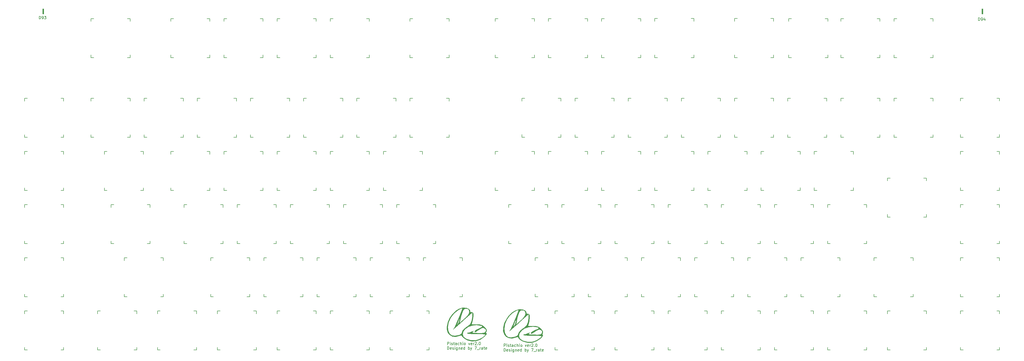
<source format=gto>
%TF.GenerationSoftware,KiCad,Pcbnew,(5.1.9)-1*%
%TF.CreationDate,2021-05-10T22:56:04+09:00*%
%TF.ProjectId,Pistachio_rev2,50697374-6163-4686-996f-5f726576322e,rev?*%
%TF.SameCoordinates,Original*%
%TF.FileFunction,Legend,Top*%
%TF.FilePolarity,Positive*%
%FSLAX46Y46*%
G04 Gerber Fmt 4.6, Leading zero omitted, Abs format (unit mm)*
G04 Created by KiCad (PCBNEW (5.1.9)-1) date 2021-05-10 22:56:04*
%MOMM*%
%LPD*%
G01*
G04 APERTURE LIST*
%ADD10C,0.150000*%
%ADD11C,0.010000*%
%ADD12C,0.100000*%
G04 APERTURE END LIST*
D10*
X204298195Y-191306940D02*
X204298195Y-190306940D01*
X204679147Y-190306940D01*
X204774385Y-190354560D01*
X204822004Y-190402179D01*
X204869623Y-190497417D01*
X204869623Y-190640274D01*
X204822004Y-190735512D01*
X204774385Y-190783131D01*
X204679147Y-190830750D01*
X204298195Y-190830750D01*
X205298195Y-191306940D02*
X205298195Y-190640274D01*
X205298195Y-190306940D02*
X205250576Y-190354560D01*
X205298195Y-190402179D01*
X205345814Y-190354560D01*
X205298195Y-190306940D01*
X205298195Y-190402179D01*
X205726766Y-191259321D02*
X205822004Y-191306940D01*
X206012480Y-191306940D01*
X206107719Y-191259321D01*
X206155338Y-191164083D01*
X206155338Y-191116464D01*
X206107719Y-191021226D01*
X206012480Y-190973607D01*
X205869623Y-190973607D01*
X205774385Y-190925988D01*
X205726766Y-190830750D01*
X205726766Y-190783131D01*
X205774385Y-190687893D01*
X205869623Y-190640274D01*
X206012480Y-190640274D01*
X206107719Y-190687893D01*
X206441052Y-190640274D02*
X206822004Y-190640274D01*
X206583909Y-190306940D02*
X206583909Y-191164083D01*
X206631528Y-191259321D01*
X206726766Y-191306940D01*
X206822004Y-191306940D01*
X207583909Y-191306940D02*
X207583909Y-190783131D01*
X207536290Y-190687893D01*
X207441052Y-190640274D01*
X207250576Y-190640274D01*
X207155338Y-190687893D01*
X207583909Y-191259321D02*
X207488671Y-191306940D01*
X207250576Y-191306940D01*
X207155338Y-191259321D01*
X207107719Y-191164083D01*
X207107719Y-191068845D01*
X207155338Y-190973607D01*
X207250576Y-190925988D01*
X207488671Y-190925988D01*
X207583909Y-190878369D01*
X208488671Y-191259321D02*
X208393433Y-191306940D01*
X208202957Y-191306940D01*
X208107719Y-191259321D01*
X208060100Y-191211702D01*
X208012480Y-191116464D01*
X208012480Y-190830750D01*
X208060100Y-190735512D01*
X208107719Y-190687893D01*
X208202957Y-190640274D01*
X208393433Y-190640274D01*
X208488671Y-190687893D01*
X208917242Y-191306940D02*
X208917242Y-190306940D01*
X209345814Y-191306940D02*
X209345814Y-190783131D01*
X209298195Y-190687893D01*
X209202957Y-190640274D01*
X209060100Y-190640274D01*
X208964861Y-190687893D01*
X208917242Y-190735512D01*
X209822004Y-191306940D02*
X209822004Y-190640274D01*
X209822004Y-190306940D02*
X209774385Y-190354560D01*
X209822004Y-190402179D01*
X209869623Y-190354560D01*
X209822004Y-190306940D01*
X209822004Y-190402179D01*
X210441052Y-191306940D02*
X210345814Y-191259321D01*
X210298195Y-191211702D01*
X210250576Y-191116464D01*
X210250576Y-190830750D01*
X210298195Y-190735512D01*
X210345814Y-190687893D01*
X210441052Y-190640274D01*
X210583909Y-190640274D01*
X210679147Y-190687893D01*
X210726766Y-190735512D01*
X210774385Y-190830750D01*
X210774385Y-191116464D01*
X210726766Y-191211702D01*
X210679147Y-191259321D01*
X210583909Y-191306940D01*
X210441052Y-191306940D01*
X211869623Y-190640274D02*
X212107719Y-191306940D01*
X212345814Y-190640274D01*
X213107719Y-191259321D02*
X213012480Y-191306940D01*
X212822004Y-191306940D01*
X212726766Y-191259321D01*
X212679147Y-191164083D01*
X212679147Y-190783131D01*
X212726766Y-190687893D01*
X212822004Y-190640274D01*
X213012480Y-190640274D01*
X213107719Y-190687893D01*
X213155338Y-190783131D01*
X213155338Y-190878369D01*
X212679147Y-190973607D01*
X213583909Y-191306940D02*
X213583909Y-190640274D01*
X213583909Y-190830750D02*
X213631528Y-190735512D01*
X213679147Y-190687893D01*
X213774385Y-190640274D01*
X213869623Y-190640274D01*
X214155338Y-190402179D02*
X214202957Y-190354560D01*
X214298195Y-190306940D01*
X214536290Y-190306940D01*
X214631528Y-190354560D01*
X214679147Y-190402179D01*
X214726766Y-190497417D01*
X214726766Y-190592655D01*
X214679147Y-190735512D01*
X214107719Y-191306940D01*
X214726766Y-191306940D01*
X215155338Y-191211702D02*
X215202957Y-191259321D01*
X215155338Y-191306940D01*
X215107719Y-191259321D01*
X215155338Y-191211702D01*
X215155338Y-191306940D01*
X215822004Y-190306940D02*
X215917242Y-190306940D01*
X216012480Y-190354560D01*
X216060100Y-190402179D01*
X216107719Y-190497417D01*
X216155338Y-190687893D01*
X216155338Y-190925988D01*
X216107719Y-191116464D01*
X216060100Y-191211702D01*
X216012480Y-191259321D01*
X215917242Y-191306940D01*
X215822004Y-191306940D01*
X215726766Y-191259321D01*
X215679147Y-191211702D01*
X215631528Y-191116464D01*
X215583909Y-190925988D01*
X215583909Y-190687893D01*
X215631528Y-190497417D01*
X215679147Y-190402179D01*
X215726766Y-190354560D01*
X215822004Y-190306940D01*
X204298195Y-192956940D02*
X204298195Y-191956940D01*
X204536290Y-191956940D01*
X204679147Y-192004560D01*
X204774385Y-192099798D01*
X204822004Y-192195036D01*
X204869623Y-192385512D01*
X204869623Y-192528369D01*
X204822004Y-192718845D01*
X204774385Y-192814083D01*
X204679147Y-192909321D01*
X204536290Y-192956940D01*
X204298195Y-192956940D01*
X205679147Y-192909321D02*
X205583909Y-192956940D01*
X205393433Y-192956940D01*
X205298195Y-192909321D01*
X205250576Y-192814083D01*
X205250576Y-192433131D01*
X205298195Y-192337893D01*
X205393433Y-192290274D01*
X205583909Y-192290274D01*
X205679147Y-192337893D01*
X205726766Y-192433131D01*
X205726766Y-192528369D01*
X205250576Y-192623607D01*
X206107719Y-192909321D02*
X206202957Y-192956940D01*
X206393433Y-192956940D01*
X206488671Y-192909321D01*
X206536290Y-192814083D01*
X206536290Y-192766464D01*
X206488671Y-192671226D01*
X206393433Y-192623607D01*
X206250576Y-192623607D01*
X206155338Y-192575988D01*
X206107719Y-192480750D01*
X206107719Y-192433131D01*
X206155338Y-192337893D01*
X206250576Y-192290274D01*
X206393433Y-192290274D01*
X206488671Y-192337893D01*
X206964861Y-192956940D02*
X206964861Y-192290274D01*
X206964861Y-191956940D02*
X206917242Y-192004560D01*
X206964861Y-192052179D01*
X207012480Y-192004560D01*
X206964861Y-191956940D01*
X206964861Y-192052179D01*
X207869623Y-192290274D02*
X207869623Y-193099798D01*
X207822004Y-193195036D01*
X207774385Y-193242655D01*
X207679147Y-193290274D01*
X207536290Y-193290274D01*
X207441052Y-193242655D01*
X207869623Y-192909321D02*
X207774385Y-192956940D01*
X207583909Y-192956940D01*
X207488671Y-192909321D01*
X207441052Y-192861702D01*
X207393433Y-192766464D01*
X207393433Y-192480750D01*
X207441052Y-192385512D01*
X207488671Y-192337893D01*
X207583909Y-192290274D01*
X207774385Y-192290274D01*
X207869623Y-192337893D01*
X208345814Y-192290274D02*
X208345814Y-192956940D01*
X208345814Y-192385512D02*
X208393433Y-192337893D01*
X208488671Y-192290274D01*
X208631528Y-192290274D01*
X208726766Y-192337893D01*
X208774385Y-192433131D01*
X208774385Y-192956940D01*
X209631528Y-192909321D02*
X209536290Y-192956940D01*
X209345814Y-192956940D01*
X209250576Y-192909321D01*
X209202957Y-192814083D01*
X209202957Y-192433131D01*
X209250576Y-192337893D01*
X209345814Y-192290274D01*
X209536290Y-192290274D01*
X209631528Y-192337893D01*
X209679147Y-192433131D01*
X209679147Y-192528369D01*
X209202957Y-192623607D01*
X210536290Y-192956940D02*
X210536290Y-191956940D01*
X210536290Y-192909321D02*
X210441052Y-192956940D01*
X210250576Y-192956940D01*
X210155338Y-192909321D01*
X210107719Y-192861702D01*
X210060100Y-192766464D01*
X210060100Y-192480750D01*
X210107719Y-192385512D01*
X210155338Y-192337893D01*
X210250576Y-192290274D01*
X210441052Y-192290274D01*
X210536290Y-192337893D01*
X211774385Y-192956940D02*
X211774385Y-191956940D01*
X211774385Y-192337893D02*
X211869623Y-192290274D01*
X212060100Y-192290274D01*
X212155338Y-192337893D01*
X212202957Y-192385512D01*
X212250576Y-192480750D01*
X212250576Y-192766464D01*
X212202957Y-192861702D01*
X212155338Y-192909321D01*
X212060100Y-192956940D01*
X211869623Y-192956940D01*
X211774385Y-192909321D01*
X212583909Y-192290274D02*
X212822004Y-192956940D01*
X213060100Y-192290274D02*
X212822004Y-192956940D01*
X212726766Y-193195036D01*
X212679147Y-193242655D01*
X212583909Y-193290274D01*
X214107719Y-191956940D02*
X214774385Y-191956940D01*
X214345814Y-192956940D01*
X214917242Y-193052179D02*
X215679147Y-193052179D01*
X215917242Y-192956940D02*
X215917242Y-192290274D01*
X215917242Y-192480750D02*
X215964861Y-192385512D01*
X216012480Y-192337893D01*
X216107719Y-192290274D01*
X216202957Y-192290274D01*
X216964861Y-192956940D02*
X216964861Y-192433131D01*
X216917242Y-192337893D01*
X216822004Y-192290274D01*
X216631528Y-192290274D01*
X216536290Y-192337893D01*
X216964861Y-192909321D02*
X216869623Y-192956940D01*
X216631528Y-192956940D01*
X216536290Y-192909321D01*
X216488671Y-192814083D01*
X216488671Y-192718845D01*
X216536290Y-192623607D01*
X216631528Y-192575988D01*
X216869623Y-192575988D01*
X216964861Y-192528369D01*
X217298195Y-192290274D02*
X217679147Y-192290274D01*
X217441052Y-191956940D02*
X217441052Y-192814083D01*
X217488671Y-192909321D01*
X217583909Y-192956940D01*
X217679147Y-192956940D01*
X218393433Y-192909321D02*
X218298195Y-192956940D01*
X218107719Y-192956940D01*
X218012480Y-192909321D01*
X217964861Y-192814083D01*
X217964861Y-192433131D01*
X218012480Y-192337893D01*
X218107719Y-192290274D01*
X218298195Y-192290274D01*
X218393433Y-192337893D01*
X218441052Y-192433131D01*
X218441052Y-192528369D01*
X217964861Y-192623607D01*
X184023195Y-190656940D02*
X184023195Y-189656940D01*
X184404147Y-189656940D01*
X184499385Y-189704560D01*
X184547004Y-189752179D01*
X184594623Y-189847417D01*
X184594623Y-189990274D01*
X184547004Y-190085512D01*
X184499385Y-190133131D01*
X184404147Y-190180750D01*
X184023195Y-190180750D01*
X185023195Y-190656940D02*
X185023195Y-189990274D01*
X185023195Y-189656940D02*
X184975576Y-189704560D01*
X185023195Y-189752179D01*
X185070814Y-189704560D01*
X185023195Y-189656940D01*
X185023195Y-189752179D01*
X185451766Y-190609321D02*
X185547004Y-190656940D01*
X185737480Y-190656940D01*
X185832719Y-190609321D01*
X185880338Y-190514083D01*
X185880338Y-190466464D01*
X185832719Y-190371226D01*
X185737480Y-190323607D01*
X185594623Y-190323607D01*
X185499385Y-190275988D01*
X185451766Y-190180750D01*
X185451766Y-190133131D01*
X185499385Y-190037893D01*
X185594623Y-189990274D01*
X185737480Y-189990274D01*
X185832719Y-190037893D01*
X186166052Y-189990274D02*
X186547004Y-189990274D01*
X186308909Y-189656940D02*
X186308909Y-190514083D01*
X186356528Y-190609321D01*
X186451766Y-190656940D01*
X186547004Y-190656940D01*
X187308909Y-190656940D02*
X187308909Y-190133131D01*
X187261290Y-190037893D01*
X187166052Y-189990274D01*
X186975576Y-189990274D01*
X186880338Y-190037893D01*
X187308909Y-190609321D02*
X187213671Y-190656940D01*
X186975576Y-190656940D01*
X186880338Y-190609321D01*
X186832719Y-190514083D01*
X186832719Y-190418845D01*
X186880338Y-190323607D01*
X186975576Y-190275988D01*
X187213671Y-190275988D01*
X187308909Y-190228369D01*
X188213671Y-190609321D02*
X188118433Y-190656940D01*
X187927957Y-190656940D01*
X187832719Y-190609321D01*
X187785100Y-190561702D01*
X187737480Y-190466464D01*
X187737480Y-190180750D01*
X187785100Y-190085512D01*
X187832719Y-190037893D01*
X187927957Y-189990274D01*
X188118433Y-189990274D01*
X188213671Y-190037893D01*
X188642242Y-190656940D02*
X188642242Y-189656940D01*
X189070814Y-190656940D02*
X189070814Y-190133131D01*
X189023195Y-190037893D01*
X188927957Y-189990274D01*
X188785100Y-189990274D01*
X188689861Y-190037893D01*
X188642242Y-190085512D01*
X189547004Y-190656940D02*
X189547004Y-189990274D01*
X189547004Y-189656940D02*
X189499385Y-189704560D01*
X189547004Y-189752179D01*
X189594623Y-189704560D01*
X189547004Y-189656940D01*
X189547004Y-189752179D01*
X190166052Y-190656940D02*
X190070814Y-190609321D01*
X190023195Y-190561702D01*
X189975576Y-190466464D01*
X189975576Y-190180750D01*
X190023195Y-190085512D01*
X190070814Y-190037893D01*
X190166052Y-189990274D01*
X190308909Y-189990274D01*
X190404147Y-190037893D01*
X190451766Y-190085512D01*
X190499385Y-190180750D01*
X190499385Y-190466464D01*
X190451766Y-190561702D01*
X190404147Y-190609321D01*
X190308909Y-190656940D01*
X190166052Y-190656940D01*
X191594623Y-189990274D02*
X191832719Y-190656940D01*
X192070814Y-189990274D01*
X192832719Y-190609321D02*
X192737480Y-190656940D01*
X192547004Y-190656940D01*
X192451766Y-190609321D01*
X192404147Y-190514083D01*
X192404147Y-190133131D01*
X192451766Y-190037893D01*
X192547004Y-189990274D01*
X192737480Y-189990274D01*
X192832719Y-190037893D01*
X192880338Y-190133131D01*
X192880338Y-190228369D01*
X192404147Y-190323607D01*
X193308909Y-190656940D02*
X193308909Y-189990274D01*
X193308909Y-190180750D02*
X193356528Y-190085512D01*
X193404147Y-190037893D01*
X193499385Y-189990274D01*
X193594623Y-189990274D01*
X193880338Y-189752179D02*
X193927957Y-189704560D01*
X194023195Y-189656940D01*
X194261290Y-189656940D01*
X194356528Y-189704560D01*
X194404147Y-189752179D01*
X194451766Y-189847417D01*
X194451766Y-189942655D01*
X194404147Y-190085512D01*
X193832719Y-190656940D01*
X194451766Y-190656940D01*
X194880338Y-190561702D02*
X194927957Y-190609321D01*
X194880338Y-190656940D01*
X194832719Y-190609321D01*
X194880338Y-190561702D01*
X194880338Y-190656940D01*
X195547004Y-189656940D02*
X195642242Y-189656940D01*
X195737480Y-189704560D01*
X195785100Y-189752179D01*
X195832719Y-189847417D01*
X195880338Y-190037893D01*
X195880338Y-190275988D01*
X195832719Y-190466464D01*
X195785100Y-190561702D01*
X195737480Y-190609321D01*
X195642242Y-190656940D01*
X195547004Y-190656940D01*
X195451766Y-190609321D01*
X195404147Y-190561702D01*
X195356528Y-190466464D01*
X195308909Y-190275988D01*
X195308909Y-190037893D01*
X195356528Y-189847417D01*
X195404147Y-189752179D01*
X195451766Y-189704560D01*
X195547004Y-189656940D01*
X184023195Y-192306940D02*
X184023195Y-191306940D01*
X184261290Y-191306940D01*
X184404147Y-191354560D01*
X184499385Y-191449798D01*
X184547004Y-191545036D01*
X184594623Y-191735512D01*
X184594623Y-191878369D01*
X184547004Y-192068845D01*
X184499385Y-192164083D01*
X184404147Y-192259321D01*
X184261290Y-192306940D01*
X184023195Y-192306940D01*
X185404147Y-192259321D02*
X185308909Y-192306940D01*
X185118433Y-192306940D01*
X185023195Y-192259321D01*
X184975576Y-192164083D01*
X184975576Y-191783131D01*
X185023195Y-191687893D01*
X185118433Y-191640274D01*
X185308909Y-191640274D01*
X185404147Y-191687893D01*
X185451766Y-191783131D01*
X185451766Y-191878369D01*
X184975576Y-191973607D01*
X185832719Y-192259321D02*
X185927957Y-192306940D01*
X186118433Y-192306940D01*
X186213671Y-192259321D01*
X186261290Y-192164083D01*
X186261290Y-192116464D01*
X186213671Y-192021226D01*
X186118433Y-191973607D01*
X185975576Y-191973607D01*
X185880338Y-191925988D01*
X185832719Y-191830750D01*
X185832719Y-191783131D01*
X185880338Y-191687893D01*
X185975576Y-191640274D01*
X186118433Y-191640274D01*
X186213671Y-191687893D01*
X186689861Y-192306940D02*
X186689861Y-191640274D01*
X186689861Y-191306940D02*
X186642242Y-191354560D01*
X186689861Y-191402179D01*
X186737480Y-191354560D01*
X186689861Y-191306940D01*
X186689861Y-191402179D01*
X187594623Y-191640274D02*
X187594623Y-192449798D01*
X187547004Y-192545036D01*
X187499385Y-192592655D01*
X187404147Y-192640274D01*
X187261290Y-192640274D01*
X187166052Y-192592655D01*
X187594623Y-192259321D02*
X187499385Y-192306940D01*
X187308909Y-192306940D01*
X187213671Y-192259321D01*
X187166052Y-192211702D01*
X187118433Y-192116464D01*
X187118433Y-191830750D01*
X187166052Y-191735512D01*
X187213671Y-191687893D01*
X187308909Y-191640274D01*
X187499385Y-191640274D01*
X187594623Y-191687893D01*
X188070814Y-191640274D02*
X188070814Y-192306940D01*
X188070814Y-191735512D02*
X188118433Y-191687893D01*
X188213671Y-191640274D01*
X188356528Y-191640274D01*
X188451766Y-191687893D01*
X188499385Y-191783131D01*
X188499385Y-192306940D01*
X189356528Y-192259321D02*
X189261290Y-192306940D01*
X189070814Y-192306940D01*
X188975576Y-192259321D01*
X188927957Y-192164083D01*
X188927957Y-191783131D01*
X188975576Y-191687893D01*
X189070814Y-191640274D01*
X189261290Y-191640274D01*
X189356528Y-191687893D01*
X189404147Y-191783131D01*
X189404147Y-191878369D01*
X188927957Y-191973607D01*
X190261290Y-192306940D02*
X190261290Y-191306940D01*
X190261290Y-192259321D02*
X190166052Y-192306940D01*
X189975576Y-192306940D01*
X189880338Y-192259321D01*
X189832719Y-192211702D01*
X189785100Y-192116464D01*
X189785100Y-191830750D01*
X189832719Y-191735512D01*
X189880338Y-191687893D01*
X189975576Y-191640274D01*
X190166052Y-191640274D01*
X190261290Y-191687893D01*
X191499385Y-192306940D02*
X191499385Y-191306940D01*
X191499385Y-191687893D02*
X191594623Y-191640274D01*
X191785100Y-191640274D01*
X191880338Y-191687893D01*
X191927957Y-191735512D01*
X191975576Y-191830750D01*
X191975576Y-192116464D01*
X191927957Y-192211702D01*
X191880338Y-192259321D01*
X191785100Y-192306940D01*
X191594623Y-192306940D01*
X191499385Y-192259321D01*
X192308909Y-191640274D02*
X192547004Y-192306940D01*
X192785100Y-191640274D02*
X192547004Y-192306940D01*
X192451766Y-192545036D01*
X192404147Y-192592655D01*
X192308909Y-192640274D01*
X193832719Y-191306940D02*
X194499385Y-191306940D01*
X194070814Y-192306940D01*
X194642242Y-192402179D02*
X195404147Y-192402179D01*
X195642242Y-192306940D02*
X195642242Y-191640274D01*
X195642242Y-191830750D02*
X195689861Y-191735512D01*
X195737480Y-191687893D01*
X195832719Y-191640274D01*
X195927957Y-191640274D01*
X196689861Y-192306940D02*
X196689861Y-191783131D01*
X196642242Y-191687893D01*
X196547004Y-191640274D01*
X196356528Y-191640274D01*
X196261290Y-191687893D01*
X196689861Y-192259321D02*
X196594623Y-192306940D01*
X196356528Y-192306940D01*
X196261290Y-192259321D01*
X196213671Y-192164083D01*
X196213671Y-192068845D01*
X196261290Y-191973607D01*
X196356528Y-191925988D01*
X196594623Y-191925988D01*
X196689861Y-191878369D01*
X197023195Y-191640274D02*
X197404147Y-191640274D01*
X197166052Y-191306940D02*
X197166052Y-192164083D01*
X197213671Y-192259321D01*
X197308909Y-192306940D01*
X197404147Y-192306940D01*
X198118433Y-192259321D02*
X198023195Y-192306940D01*
X197832719Y-192306940D01*
X197737480Y-192259321D01*
X197689861Y-192164083D01*
X197689861Y-191783131D01*
X197737480Y-191687893D01*
X197832719Y-191640274D01*
X198023195Y-191640274D01*
X198118433Y-191687893D01*
X198166052Y-191783131D01*
X198166052Y-191878369D01*
X197689861Y-191973607D01*
%TO.C,SW83*%
X156042080Y-178506740D02*
X156042080Y-179506740D01*
X155042080Y-192506740D02*
X156042080Y-192506740D01*
X156042080Y-178506740D02*
X155042080Y-178506740D01*
X156042080Y-191506740D02*
X156042080Y-192506740D01*
X142042080Y-192506740D02*
X142042080Y-191506740D01*
X143042080Y-178506740D02*
X142042080Y-178506740D01*
X142042080Y-192506740D02*
X143042080Y-192506740D01*
X142042080Y-179506740D02*
X142042080Y-178506740D01*
%TO.C,SW82*%
X136992000Y-178500000D02*
X136992000Y-179500000D01*
X135992000Y-192500000D02*
X136992000Y-192500000D01*
X136992000Y-178500000D02*
X135992000Y-178500000D01*
X136992000Y-191500000D02*
X136992000Y-192500000D01*
X122992000Y-192500000D02*
X122992000Y-191500000D01*
X123992000Y-178500000D02*
X122992000Y-178500000D01*
X122992000Y-192500000D02*
X123992000Y-192500000D01*
X122992000Y-179500000D02*
X122992000Y-178500000D01*
%TO.C,SW81*%
X115560660Y-178506740D02*
X115560660Y-179506740D01*
X114560660Y-192506740D02*
X115560660Y-192506740D01*
X115560660Y-178506740D02*
X114560660Y-178506740D01*
X115560660Y-191506740D02*
X115560660Y-192506740D01*
X101560660Y-192506740D02*
X101560660Y-191506740D01*
X102560660Y-178506740D02*
X101560660Y-178506740D01*
X101560660Y-192506740D02*
X102560660Y-192506740D01*
X101560660Y-179506740D02*
X101560660Y-178506740D01*
D11*
%TO.C,G\u002A\u002A\u002A*%
G36*
X210971622Y-177970658D02*
G01*
X211795662Y-178297308D01*
X212230616Y-178828771D01*
X212277184Y-179111822D01*
X212390293Y-179505364D01*
X212771898Y-179495703D01*
X213181786Y-179573686D01*
X213409432Y-180075653D01*
X213451594Y-180927615D01*
X213305032Y-182055584D01*
X212966503Y-183385572D01*
X212945277Y-183453518D01*
X212892481Y-183750744D01*
X213051141Y-183896213D01*
X213532532Y-183926855D01*
X214263781Y-183891117D01*
X215668569Y-183928743D01*
X216737413Y-184271496D01*
X217595855Y-184965556D01*
X217780842Y-185184901D01*
X218172358Y-185788620D01*
X218205204Y-186249612D01*
X218113685Y-186466950D01*
X217977332Y-186924704D01*
X218166277Y-187120742D01*
X218191042Y-187364669D01*
X217807030Y-187870353D01*
X217372321Y-188300820D01*
X215962512Y-189285552D01*
X214397169Y-189818005D01*
X212776543Y-189881963D01*
X211200886Y-189461208D01*
X210945083Y-189340497D01*
X210195578Y-188881599D01*
X209640607Y-188397034D01*
X209498977Y-188196842D01*
X209261602Y-187841219D01*
X208927558Y-187805783D01*
X208439744Y-187986471D01*
X207169315Y-188302609D01*
X205978426Y-188185156D01*
X204977417Y-187663961D01*
X204330327Y-186874872D01*
X203969048Y-185671399D01*
X203994508Y-184889262D01*
X204339683Y-184889262D01*
X204509692Y-186292060D01*
X205009311Y-187284024D01*
X205822930Y-187855369D01*
X206934939Y-187996309D01*
X208329726Y-187697061D01*
X208639163Y-187584331D01*
X208821342Y-187460947D01*
X209597490Y-187460947D01*
X209906510Y-188295306D01*
X210713308Y-188989466D01*
X211060586Y-189167171D01*
X212631776Y-189612798D01*
X214299857Y-189552711D01*
X214954140Y-189402401D01*
X215809701Y-189075603D01*
X216669580Y-188607683D01*
X217371730Y-188101214D01*
X217754103Y-187658767D01*
X217768939Y-187620706D01*
X217689333Y-187477077D01*
X217298511Y-187378837D01*
X216534390Y-187319610D01*
X215334885Y-187293023D01*
X214548190Y-187289977D01*
X212991311Y-187268045D01*
X211910174Y-187203357D01*
X211324523Y-187097575D01*
X211218850Y-187009778D01*
X211379858Y-186849427D01*
X211475663Y-186888299D01*
X211864699Y-186886172D01*
X212465465Y-186667274D01*
X212520857Y-186639331D01*
X213180360Y-186332521D01*
X213514314Y-186245942D01*
X213465313Y-186384414D01*
X213224464Y-186580270D01*
X213064665Y-186746724D01*
X213179787Y-186857188D01*
X213642555Y-186927213D01*
X214525700Y-186972351D01*
X215141919Y-186990302D01*
X216284995Y-187010353D01*
X217015021Y-186984253D01*
X217447587Y-186889428D01*
X217698283Y-186703302D01*
X217852305Y-186460966D01*
X218018751Y-185981483D01*
X217819851Y-185605488D01*
X217568445Y-185384361D01*
X217242298Y-185153234D01*
X216925873Y-185073949D01*
X216515595Y-185179688D01*
X215907892Y-185503632D01*
X214999191Y-186078961D01*
X214613541Y-186330999D01*
X214148068Y-186597911D01*
X213972419Y-186548198D01*
X213952878Y-186372490D01*
X214183738Y-186056129D01*
X214792617Y-185664045D01*
X215363989Y-185396225D01*
X216264862Y-184988662D01*
X216686485Y-184693635D01*
X216656843Y-184472917D01*
X216203920Y-184288275D01*
X216179788Y-184281740D01*
X214672208Y-184092045D01*
X213117638Y-184262349D01*
X211685885Y-184754083D01*
X210546753Y-185528678D01*
X210503661Y-185570999D01*
X209793968Y-186536230D01*
X209597490Y-187460947D01*
X208821342Y-187460947D01*
X209202518Y-187202790D01*
X209366767Y-186805994D01*
X209587080Y-186182447D01*
X210166644Y-185471811D01*
X210983398Y-184806893D01*
X211467924Y-184519872D01*
X212321698Y-183786683D01*
X212859214Y-182647507D01*
X213068455Y-181129318D01*
X213070934Y-180922054D01*
X213070934Y-179564219D01*
X210226663Y-182159396D01*
X209154036Y-183133892D01*
X208168569Y-184021549D01*
X207361394Y-184740820D01*
X206823646Y-185210156D01*
X206722826Y-185294670D01*
X206290847Y-185641162D01*
X206223547Y-185652442D01*
X206477881Y-185330607D01*
X206498439Y-185305602D01*
X206742894Y-184894667D01*
X207111455Y-184140133D01*
X207171723Y-184006831D01*
X207642997Y-184006831D01*
X207798880Y-183929440D01*
X207886789Y-183846850D01*
X208156759Y-183413917D01*
X208567708Y-183413917D01*
X210259146Y-181846217D01*
X211126453Y-181004391D01*
X211651888Y-180379154D01*
X211911956Y-179863094D01*
X211981592Y-179427931D01*
X211817387Y-178630236D01*
X211309505Y-178204672D01*
X210540505Y-178209777D01*
X210351218Y-178271936D01*
X209870496Y-178703827D01*
X209429250Y-179626681D01*
X209022281Y-181054071D01*
X208728619Y-182507676D01*
X208567708Y-183413917D01*
X208156759Y-183413917D01*
X208217522Y-183316476D01*
X208462789Y-182573974D01*
X208472824Y-182523933D01*
X208565038Y-181903468D01*
X208508087Y-181782850D01*
X208299947Y-182164086D01*
X207938597Y-183049183D01*
X207935722Y-183056643D01*
X207687151Y-183739480D01*
X207642997Y-184006831D01*
X207171723Y-184006831D01*
X207560378Y-183147207D01*
X208045917Y-182021094D01*
X208524329Y-180867001D01*
X208951868Y-179790135D01*
X209284789Y-178895702D01*
X209479349Y-178288908D01*
X209503586Y-178078184D01*
X209211077Y-178121230D01*
X208638526Y-178409923D01*
X207918938Y-178859143D01*
X207185320Y-179383768D01*
X206570680Y-179898679D01*
X206412377Y-180056476D01*
X205310937Y-181541693D01*
X204599914Y-183184602D01*
X204339884Y-184843960D01*
X204339683Y-184889262D01*
X203994508Y-184889262D01*
X204013526Y-184305025D01*
X204406513Y-182869063D01*
X205090762Y-181456823D01*
X206009025Y-180161615D01*
X207104056Y-179076752D01*
X208318605Y-178295543D01*
X209595427Y-177911301D01*
X209842185Y-177890787D01*
X210971622Y-177970658D01*
G37*
X210971622Y-177970658D02*
X211795662Y-178297308D01*
X212230616Y-178828771D01*
X212277184Y-179111822D01*
X212390293Y-179505364D01*
X212771898Y-179495703D01*
X213181786Y-179573686D01*
X213409432Y-180075653D01*
X213451594Y-180927615D01*
X213305032Y-182055584D01*
X212966503Y-183385572D01*
X212945277Y-183453518D01*
X212892481Y-183750744D01*
X213051141Y-183896213D01*
X213532532Y-183926855D01*
X214263781Y-183891117D01*
X215668569Y-183928743D01*
X216737413Y-184271496D01*
X217595855Y-184965556D01*
X217780842Y-185184901D01*
X218172358Y-185788620D01*
X218205204Y-186249612D01*
X218113685Y-186466950D01*
X217977332Y-186924704D01*
X218166277Y-187120742D01*
X218191042Y-187364669D01*
X217807030Y-187870353D01*
X217372321Y-188300820D01*
X215962512Y-189285552D01*
X214397169Y-189818005D01*
X212776543Y-189881963D01*
X211200886Y-189461208D01*
X210945083Y-189340497D01*
X210195578Y-188881599D01*
X209640607Y-188397034D01*
X209498977Y-188196842D01*
X209261602Y-187841219D01*
X208927558Y-187805783D01*
X208439744Y-187986471D01*
X207169315Y-188302609D01*
X205978426Y-188185156D01*
X204977417Y-187663961D01*
X204330327Y-186874872D01*
X203969048Y-185671399D01*
X203994508Y-184889262D01*
X204339683Y-184889262D01*
X204509692Y-186292060D01*
X205009311Y-187284024D01*
X205822930Y-187855369D01*
X206934939Y-187996309D01*
X208329726Y-187697061D01*
X208639163Y-187584331D01*
X208821342Y-187460947D01*
X209597490Y-187460947D01*
X209906510Y-188295306D01*
X210713308Y-188989466D01*
X211060586Y-189167171D01*
X212631776Y-189612798D01*
X214299857Y-189552711D01*
X214954140Y-189402401D01*
X215809701Y-189075603D01*
X216669580Y-188607683D01*
X217371730Y-188101214D01*
X217754103Y-187658767D01*
X217768939Y-187620706D01*
X217689333Y-187477077D01*
X217298511Y-187378837D01*
X216534390Y-187319610D01*
X215334885Y-187293023D01*
X214548190Y-187289977D01*
X212991311Y-187268045D01*
X211910174Y-187203357D01*
X211324523Y-187097575D01*
X211218850Y-187009778D01*
X211379858Y-186849427D01*
X211475663Y-186888299D01*
X211864699Y-186886172D01*
X212465465Y-186667274D01*
X212520857Y-186639331D01*
X213180360Y-186332521D01*
X213514314Y-186245942D01*
X213465313Y-186384414D01*
X213224464Y-186580270D01*
X213064665Y-186746724D01*
X213179787Y-186857188D01*
X213642555Y-186927213D01*
X214525700Y-186972351D01*
X215141919Y-186990302D01*
X216284995Y-187010353D01*
X217015021Y-186984253D01*
X217447587Y-186889428D01*
X217698283Y-186703302D01*
X217852305Y-186460966D01*
X218018751Y-185981483D01*
X217819851Y-185605488D01*
X217568445Y-185384361D01*
X217242298Y-185153234D01*
X216925873Y-185073949D01*
X216515595Y-185179688D01*
X215907892Y-185503632D01*
X214999191Y-186078961D01*
X214613541Y-186330999D01*
X214148068Y-186597911D01*
X213972419Y-186548198D01*
X213952878Y-186372490D01*
X214183738Y-186056129D01*
X214792617Y-185664045D01*
X215363989Y-185396225D01*
X216264862Y-184988662D01*
X216686485Y-184693635D01*
X216656843Y-184472917D01*
X216203920Y-184288275D01*
X216179788Y-184281740D01*
X214672208Y-184092045D01*
X213117638Y-184262349D01*
X211685885Y-184754083D01*
X210546753Y-185528678D01*
X210503661Y-185570999D01*
X209793968Y-186536230D01*
X209597490Y-187460947D01*
X208821342Y-187460947D01*
X209202518Y-187202790D01*
X209366767Y-186805994D01*
X209587080Y-186182447D01*
X210166644Y-185471811D01*
X210983398Y-184806893D01*
X211467924Y-184519872D01*
X212321698Y-183786683D01*
X212859214Y-182647507D01*
X213068455Y-181129318D01*
X213070934Y-180922054D01*
X213070934Y-179564219D01*
X210226663Y-182159396D01*
X209154036Y-183133892D01*
X208168569Y-184021549D01*
X207361394Y-184740820D01*
X206823646Y-185210156D01*
X206722826Y-185294670D01*
X206290847Y-185641162D01*
X206223547Y-185652442D01*
X206477881Y-185330607D01*
X206498439Y-185305602D01*
X206742894Y-184894667D01*
X207111455Y-184140133D01*
X207171723Y-184006831D01*
X207642997Y-184006831D01*
X207798880Y-183929440D01*
X207886789Y-183846850D01*
X208156759Y-183413917D01*
X208567708Y-183413917D01*
X210259146Y-181846217D01*
X211126453Y-181004391D01*
X211651888Y-180379154D01*
X211911956Y-179863094D01*
X211981592Y-179427931D01*
X211817387Y-178630236D01*
X211309505Y-178204672D01*
X210540505Y-178209777D01*
X210351218Y-178271936D01*
X209870496Y-178703827D01*
X209429250Y-179626681D01*
X209022281Y-181054071D01*
X208728619Y-182507676D01*
X208567708Y-183413917D01*
X208156759Y-183413917D01*
X208217522Y-183316476D01*
X208462789Y-182573974D01*
X208472824Y-182523933D01*
X208565038Y-181903468D01*
X208508087Y-181782850D01*
X208299947Y-182164086D01*
X207938597Y-183049183D01*
X207935722Y-183056643D01*
X207687151Y-183739480D01*
X207642997Y-184006831D01*
X207171723Y-184006831D01*
X207560378Y-183147207D01*
X208045917Y-182021094D01*
X208524329Y-180867001D01*
X208951868Y-179790135D01*
X209284789Y-178895702D01*
X209479349Y-178288908D01*
X209503586Y-178078184D01*
X209211077Y-178121230D01*
X208638526Y-178409923D01*
X207918938Y-178859143D01*
X207185320Y-179383768D01*
X206570680Y-179898679D01*
X206412377Y-180056476D01*
X205310937Y-181541693D01*
X204599914Y-183184602D01*
X204339884Y-184843960D01*
X204339683Y-184889262D01*
X203994508Y-184889262D01*
X204013526Y-184305025D01*
X204406513Y-182869063D01*
X205090762Y-181456823D01*
X206009025Y-180161615D01*
X207104056Y-179076752D01*
X208318605Y-178295543D01*
X209595427Y-177911301D01*
X209842185Y-177890787D01*
X210971622Y-177970658D01*
G36*
X190796622Y-177395658D02*
G01*
X191620662Y-177722308D01*
X192055616Y-178253771D01*
X192102184Y-178536822D01*
X192215293Y-178930364D01*
X192596898Y-178920703D01*
X193006786Y-178998686D01*
X193234432Y-179500653D01*
X193276594Y-180352615D01*
X193130032Y-181480584D01*
X192791503Y-182810572D01*
X192770277Y-182878518D01*
X192717481Y-183175744D01*
X192876141Y-183321213D01*
X193357532Y-183351855D01*
X194088781Y-183316117D01*
X195493569Y-183353743D01*
X196562413Y-183696496D01*
X197420855Y-184390556D01*
X197605842Y-184609901D01*
X197997358Y-185213620D01*
X198030204Y-185674612D01*
X197938685Y-185891950D01*
X197802332Y-186349704D01*
X197991277Y-186545742D01*
X198016042Y-186789669D01*
X197632030Y-187295353D01*
X197197321Y-187725820D01*
X195787512Y-188710552D01*
X194222169Y-189243005D01*
X192601543Y-189306963D01*
X191025886Y-188886208D01*
X190770083Y-188765497D01*
X190020578Y-188306599D01*
X189465607Y-187822034D01*
X189323977Y-187621842D01*
X189086602Y-187266219D01*
X188752558Y-187230783D01*
X188264744Y-187411471D01*
X186994315Y-187727609D01*
X185803426Y-187610156D01*
X184802417Y-187088961D01*
X184155327Y-186299872D01*
X183794048Y-185096399D01*
X183819508Y-184314262D01*
X184164683Y-184314262D01*
X184334692Y-185717060D01*
X184834311Y-186709024D01*
X185647930Y-187280369D01*
X186759939Y-187421309D01*
X188154726Y-187122061D01*
X188464163Y-187009331D01*
X188646342Y-186885947D01*
X189422490Y-186885947D01*
X189731510Y-187720306D01*
X190538308Y-188414466D01*
X190885586Y-188592171D01*
X192456776Y-189037798D01*
X194124857Y-188977711D01*
X194779140Y-188827401D01*
X195634701Y-188500603D01*
X196494580Y-188032683D01*
X197196730Y-187526214D01*
X197579103Y-187083767D01*
X197593939Y-187045706D01*
X197514333Y-186902077D01*
X197123511Y-186803837D01*
X196359390Y-186744610D01*
X195159885Y-186718023D01*
X194373190Y-186714977D01*
X192816311Y-186693045D01*
X191735174Y-186628357D01*
X191149523Y-186522575D01*
X191043850Y-186434778D01*
X191204858Y-186274427D01*
X191300663Y-186313299D01*
X191689699Y-186311172D01*
X192290465Y-186092274D01*
X192345857Y-186064331D01*
X193005360Y-185757521D01*
X193339314Y-185670942D01*
X193290313Y-185809414D01*
X193049464Y-186005270D01*
X192889665Y-186171724D01*
X193004787Y-186282188D01*
X193467555Y-186352213D01*
X194350700Y-186397351D01*
X194966919Y-186415302D01*
X196109995Y-186435353D01*
X196840021Y-186409253D01*
X197272587Y-186314428D01*
X197523283Y-186128302D01*
X197677305Y-185885966D01*
X197843751Y-185406483D01*
X197644851Y-185030488D01*
X197393445Y-184809361D01*
X197067298Y-184578234D01*
X196750873Y-184498949D01*
X196340595Y-184604688D01*
X195732892Y-184928632D01*
X194824191Y-185503961D01*
X194438541Y-185755999D01*
X193973068Y-186022911D01*
X193797419Y-185973198D01*
X193777878Y-185797490D01*
X194008738Y-185481129D01*
X194617617Y-185089045D01*
X195188989Y-184821225D01*
X196089862Y-184413662D01*
X196511485Y-184118635D01*
X196481843Y-183897917D01*
X196028920Y-183713275D01*
X196004788Y-183706740D01*
X194497208Y-183517045D01*
X192942638Y-183687349D01*
X191510885Y-184179083D01*
X190371753Y-184953678D01*
X190328661Y-184995999D01*
X189618968Y-185961230D01*
X189422490Y-186885947D01*
X188646342Y-186885947D01*
X189027518Y-186627790D01*
X189191767Y-186230994D01*
X189412080Y-185607447D01*
X189991644Y-184896811D01*
X190808398Y-184231893D01*
X191292924Y-183944872D01*
X192146698Y-183211683D01*
X192684214Y-182072507D01*
X192893455Y-180554318D01*
X192895934Y-180347054D01*
X192895934Y-178989219D01*
X190051663Y-181584396D01*
X188979036Y-182558892D01*
X187993569Y-183446549D01*
X187186394Y-184165820D01*
X186648646Y-184635156D01*
X186547826Y-184719670D01*
X186115847Y-185066162D01*
X186048547Y-185077442D01*
X186302881Y-184755607D01*
X186323439Y-184730602D01*
X186567894Y-184319667D01*
X186936455Y-183565133D01*
X186996723Y-183431831D01*
X187467997Y-183431831D01*
X187623880Y-183354440D01*
X187711789Y-183271850D01*
X187981759Y-182838917D01*
X188392708Y-182838917D01*
X190084146Y-181271217D01*
X190951453Y-180429391D01*
X191476888Y-179804154D01*
X191736956Y-179288094D01*
X191806592Y-178852931D01*
X191642387Y-178055236D01*
X191134505Y-177629672D01*
X190365505Y-177634777D01*
X190176218Y-177696936D01*
X189695496Y-178128827D01*
X189254250Y-179051681D01*
X188847281Y-180479071D01*
X188553619Y-181932676D01*
X188392708Y-182838917D01*
X187981759Y-182838917D01*
X188042522Y-182741476D01*
X188287789Y-181998974D01*
X188297824Y-181948933D01*
X188390038Y-181328468D01*
X188333087Y-181207850D01*
X188124947Y-181589086D01*
X187763597Y-182474183D01*
X187760722Y-182481643D01*
X187512151Y-183164480D01*
X187467997Y-183431831D01*
X186996723Y-183431831D01*
X187385378Y-182572207D01*
X187870917Y-181446094D01*
X188349329Y-180292001D01*
X188776868Y-179215135D01*
X189109789Y-178320702D01*
X189304349Y-177713908D01*
X189328586Y-177503184D01*
X189036077Y-177546230D01*
X188463526Y-177834923D01*
X187743938Y-178284143D01*
X187010320Y-178808768D01*
X186395680Y-179323679D01*
X186237377Y-179481476D01*
X185135937Y-180966693D01*
X184424914Y-182609602D01*
X184164884Y-184268960D01*
X184164683Y-184314262D01*
X183819508Y-184314262D01*
X183838526Y-183730025D01*
X184231513Y-182294063D01*
X184915762Y-180881823D01*
X185834025Y-179586615D01*
X186929056Y-178501752D01*
X188143605Y-177720543D01*
X189420427Y-177336301D01*
X189667185Y-177315787D01*
X190796622Y-177395658D01*
G37*
X190796622Y-177395658D02*
X191620662Y-177722308D01*
X192055616Y-178253771D01*
X192102184Y-178536822D01*
X192215293Y-178930364D01*
X192596898Y-178920703D01*
X193006786Y-178998686D01*
X193234432Y-179500653D01*
X193276594Y-180352615D01*
X193130032Y-181480584D01*
X192791503Y-182810572D01*
X192770277Y-182878518D01*
X192717481Y-183175744D01*
X192876141Y-183321213D01*
X193357532Y-183351855D01*
X194088781Y-183316117D01*
X195493569Y-183353743D01*
X196562413Y-183696496D01*
X197420855Y-184390556D01*
X197605842Y-184609901D01*
X197997358Y-185213620D01*
X198030204Y-185674612D01*
X197938685Y-185891950D01*
X197802332Y-186349704D01*
X197991277Y-186545742D01*
X198016042Y-186789669D01*
X197632030Y-187295353D01*
X197197321Y-187725820D01*
X195787512Y-188710552D01*
X194222169Y-189243005D01*
X192601543Y-189306963D01*
X191025886Y-188886208D01*
X190770083Y-188765497D01*
X190020578Y-188306599D01*
X189465607Y-187822034D01*
X189323977Y-187621842D01*
X189086602Y-187266219D01*
X188752558Y-187230783D01*
X188264744Y-187411471D01*
X186994315Y-187727609D01*
X185803426Y-187610156D01*
X184802417Y-187088961D01*
X184155327Y-186299872D01*
X183794048Y-185096399D01*
X183819508Y-184314262D01*
X184164683Y-184314262D01*
X184334692Y-185717060D01*
X184834311Y-186709024D01*
X185647930Y-187280369D01*
X186759939Y-187421309D01*
X188154726Y-187122061D01*
X188464163Y-187009331D01*
X188646342Y-186885947D01*
X189422490Y-186885947D01*
X189731510Y-187720306D01*
X190538308Y-188414466D01*
X190885586Y-188592171D01*
X192456776Y-189037798D01*
X194124857Y-188977711D01*
X194779140Y-188827401D01*
X195634701Y-188500603D01*
X196494580Y-188032683D01*
X197196730Y-187526214D01*
X197579103Y-187083767D01*
X197593939Y-187045706D01*
X197514333Y-186902077D01*
X197123511Y-186803837D01*
X196359390Y-186744610D01*
X195159885Y-186718023D01*
X194373190Y-186714977D01*
X192816311Y-186693045D01*
X191735174Y-186628357D01*
X191149523Y-186522575D01*
X191043850Y-186434778D01*
X191204858Y-186274427D01*
X191300663Y-186313299D01*
X191689699Y-186311172D01*
X192290465Y-186092274D01*
X192345857Y-186064331D01*
X193005360Y-185757521D01*
X193339314Y-185670942D01*
X193290313Y-185809414D01*
X193049464Y-186005270D01*
X192889665Y-186171724D01*
X193004787Y-186282188D01*
X193467555Y-186352213D01*
X194350700Y-186397351D01*
X194966919Y-186415302D01*
X196109995Y-186435353D01*
X196840021Y-186409253D01*
X197272587Y-186314428D01*
X197523283Y-186128302D01*
X197677305Y-185885966D01*
X197843751Y-185406483D01*
X197644851Y-185030488D01*
X197393445Y-184809361D01*
X197067298Y-184578234D01*
X196750873Y-184498949D01*
X196340595Y-184604688D01*
X195732892Y-184928632D01*
X194824191Y-185503961D01*
X194438541Y-185755999D01*
X193973068Y-186022911D01*
X193797419Y-185973198D01*
X193777878Y-185797490D01*
X194008738Y-185481129D01*
X194617617Y-185089045D01*
X195188989Y-184821225D01*
X196089862Y-184413662D01*
X196511485Y-184118635D01*
X196481843Y-183897917D01*
X196028920Y-183713275D01*
X196004788Y-183706740D01*
X194497208Y-183517045D01*
X192942638Y-183687349D01*
X191510885Y-184179083D01*
X190371753Y-184953678D01*
X190328661Y-184995999D01*
X189618968Y-185961230D01*
X189422490Y-186885947D01*
X188646342Y-186885947D01*
X189027518Y-186627790D01*
X189191767Y-186230994D01*
X189412080Y-185607447D01*
X189991644Y-184896811D01*
X190808398Y-184231893D01*
X191292924Y-183944872D01*
X192146698Y-183211683D01*
X192684214Y-182072507D01*
X192893455Y-180554318D01*
X192895934Y-180347054D01*
X192895934Y-178989219D01*
X190051663Y-181584396D01*
X188979036Y-182558892D01*
X187993569Y-183446549D01*
X187186394Y-184165820D01*
X186648646Y-184635156D01*
X186547826Y-184719670D01*
X186115847Y-185066162D01*
X186048547Y-185077442D01*
X186302881Y-184755607D01*
X186323439Y-184730602D01*
X186567894Y-184319667D01*
X186936455Y-183565133D01*
X186996723Y-183431831D01*
X187467997Y-183431831D01*
X187623880Y-183354440D01*
X187711789Y-183271850D01*
X187981759Y-182838917D01*
X188392708Y-182838917D01*
X190084146Y-181271217D01*
X190951453Y-180429391D01*
X191476888Y-179804154D01*
X191736956Y-179288094D01*
X191806592Y-178852931D01*
X191642387Y-178055236D01*
X191134505Y-177629672D01*
X190365505Y-177634777D01*
X190176218Y-177696936D01*
X189695496Y-178128827D01*
X189254250Y-179051681D01*
X188847281Y-180479071D01*
X188553619Y-181932676D01*
X188392708Y-182838917D01*
X187981759Y-182838917D01*
X188042522Y-182741476D01*
X188287789Y-181998974D01*
X188297824Y-181948933D01*
X188390038Y-181328468D01*
X188333087Y-181207850D01*
X188124947Y-181589086D01*
X187763597Y-182474183D01*
X187760722Y-182481643D01*
X187512151Y-183164480D01*
X187467997Y-183431831D01*
X186996723Y-183431831D01*
X187385378Y-182572207D01*
X187870917Y-181446094D01*
X188349329Y-180292001D01*
X188776868Y-179215135D01*
X189109789Y-178320702D01*
X189304349Y-177713908D01*
X189328586Y-177503184D01*
X189036077Y-177546230D01*
X188463526Y-177834923D01*
X187743938Y-178284143D01*
X187010320Y-178808768D01*
X186395680Y-179323679D01*
X186237377Y-179481476D01*
X185135937Y-180966693D01*
X184424914Y-182609602D01*
X184164884Y-184268960D01*
X184164683Y-184314262D01*
X183819508Y-184314262D01*
X183838526Y-183730025D01*
X184231513Y-182294063D01*
X184915762Y-180881823D01*
X185834025Y-179586615D01*
X186929056Y-178501752D01*
X188143605Y-177720543D01*
X189420427Y-177336301D01*
X189667185Y-177315787D01*
X190796622Y-177395658D01*
D10*
%TO.C,SW7*%
X215178224Y-73724560D02*
X215178224Y-74724560D01*
X214178224Y-87724560D02*
X215178224Y-87724560D01*
X215178224Y-73724560D02*
X214178224Y-73724560D01*
X215178224Y-86724560D02*
X215178224Y-87724560D01*
X201178224Y-87724560D02*
X201178224Y-86724560D01*
X202178224Y-73724560D02*
X201178224Y-73724560D01*
X201178224Y-87724560D02*
X202178224Y-87724560D01*
X201178224Y-74724560D02*
X201178224Y-73724560D01*
%TO.C,SW4*%
X136987880Y-73724560D02*
X136987880Y-74724560D01*
X135987880Y-87724560D02*
X136987880Y-87724560D01*
X136987880Y-73724560D02*
X135987880Y-73724560D01*
X136987880Y-86724560D02*
X136987880Y-87724560D01*
X122987880Y-87724560D02*
X122987880Y-86724560D01*
X123987880Y-73724560D02*
X122987880Y-73724560D01*
X122987880Y-87724560D02*
X123987880Y-87724560D01*
X122987880Y-74724560D02*
X122987880Y-73724560D01*
%TO.C,SW1*%
X70312600Y-73724560D02*
X70312600Y-74724560D01*
X69312600Y-87724560D02*
X70312600Y-87724560D01*
X70312600Y-73724560D02*
X69312600Y-73724560D01*
X70312600Y-86724560D02*
X70312600Y-87724560D01*
X56312600Y-87724560D02*
X56312600Y-86724560D01*
X57312600Y-73724560D02*
X56312600Y-73724560D01*
X56312600Y-87724560D02*
X57312600Y-87724560D01*
X56312600Y-74724560D02*
X56312600Y-73724560D01*
%TO.C,SW35*%
X117937800Y-121349760D02*
X117937800Y-122349760D01*
X116937800Y-135349760D02*
X117937800Y-135349760D01*
X117937800Y-121349760D02*
X116937800Y-121349760D01*
X117937800Y-134349760D02*
X117937800Y-135349760D01*
X103937800Y-135349760D02*
X103937800Y-134349760D01*
X104937800Y-121349760D02*
X103937800Y-121349760D01*
X103937800Y-135349760D02*
X104937800Y-135349760D01*
X103937800Y-122349760D02*
X103937800Y-121349760D01*
D12*
%TO.C,D93*%
G36*
X38902290Y-70187311D02*
G01*
X39402290Y-70187311D01*
X39402290Y-72187311D01*
X38902290Y-72187311D01*
X38902290Y-70187311D01*
G37*
%TO.C,D94*%
G36*
X375482290Y-70177311D02*
G01*
X375982290Y-70177311D01*
X375982290Y-72177311D01*
X375482290Y-72177311D01*
X375482290Y-70177311D01*
G37*
D10*
%TO.C,SW2*%
X98887720Y-73724560D02*
X98887720Y-74724560D01*
X97887720Y-87724560D02*
X98887720Y-87724560D01*
X98887720Y-73724560D02*
X97887720Y-73724560D01*
X98887720Y-86724560D02*
X98887720Y-87724560D01*
X84887720Y-87724560D02*
X84887720Y-86724560D01*
X85887720Y-73724560D02*
X84887720Y-73724560D01*
X84887720Y-87724560D02*
X85887720Y-87724560D01*
X84887720Y-74724560D02*
X84887720Y-73724560D01*
%TO.C,SW3*%
X117937800Y-73724560D02*
X117937800Y-74724560D01*
X116937800Y-87724560D02*
X117937800Y-87724560D01*
X117937800Y-73724560D02*
X116937800Y-73724560D01*
X117937800Y-86724560D02*
X117937800Y-87724560D01*
X103937800Y-87724560D02*
X103937800Y-86724560D01*
X104937800Y-73724560D02*
X103937800Y-73724560D01*
X103937800Y-87724560D02*
X104937800Y-87724560D01*
X103937800Y-74724560D02*
X103937800Y-73724560D01*
%TO.C,SW5*%
X156037960Y-73724560D02*
X156037960Y-74724560D01*
X155037960Y-87724560D02*
X156037960Y-87724560D01*
X156037960Y-73724560D02*
X155037960Y-73724560D01*
X156037960Y-86724560D02*
X156037960Y-87724560D01*
X142037960Y-87724560D02*
X142037960Y-86724560D01*
X143037960Y-73724560D02*
X142037960Y-73724560D01*
X142037960Y-87724560D02*
X143037960Y-87724560D01*
X142037960Y-74724560D02*
X142037960Y-73724560D01*
%TO.C,SW6*%
X184613080Y-73724560D02*
X184613080Y-74724560D01*
X183613080Y-87724560D02*
X184613080Y-87724560D01*
X184613080Y-73724560D02*
X183613080Y-73724560D01*
X184613080Y-86724560D02*
X184613080Y-87724560D01*
X170613080Y-87724560D02*
X170613080Y-86724560D01*
X171613080Y-73724560D02*
X170613080Y-73724560D01*
X170613080Y-87724560D02*
X171613080Y-87724560D01*
X170613080Y-74724560D02*
X170613080Y-73724560D01*
%TO.C,SW8*%
X234228304Y-73724560D02*
X234228304Y-74724560D01*
X233228304Y-87724560D02*
X234228304Y-87724560D01*
X234228304Y-73724560D02*
X233228304Y-73724560D01*
X234228304Y-86724560D02*
X234228304Y-87724560D01*
X220228304Y-87724560D02*
X220228304Y-86724560D01*
X221228304Y-73724560D02*
X220228304Y-73724560D01*
X220228304Y-87724560D02*
X221228304Y-87724560D01*
X220228304Y-74724560D02*
X220228304Y-73724560D01*
%TO.C,SW9*%
X253278384Y-73724560D02*
X253278384Y-74724560D01*
X252278384Y-87724560D02*
X253278384Y-87724560D01*
X253278384Y-73724560D02*
X252278384Y-73724560D01*
X253278384Y-86724560D02*
X253278384Y-87724560D01*
X239278384Y-87724560D02*
X239278384Y-86724560D01*
X240278384Y-73724560D02*
X239278384Y-73724560D01*
X239278384Y-87724560D02*
X240278384Y-87724560D01*
X239278384Y-74724560D02*
X239278384Y-73724560D01*
%TO.C,SW10*%
X272328464Y-73701693D02*
X272328464Y-74701693D01*
X271328464Y-87701693D02*
X272328464Y-87701693D01*
X272328464Y-73701693D02*
X271328464Y-73701693D01*
X272328464Y-86701693D02*
X272328464Y-87701693D01*
X258328464Y-87701693D02*
X258328464Y-86701693D01*
X259328464Y-73701693D02*
X258328464Y-73701693D01*
X258328464Y-87701693D02*
X259328464Y-87701693D01*
X258328464Y-74701693D02*
X258328464Y-73701693D01*
%TO.C,SW11*%
X300903584Y-73701693D02*
X300903584Y-74701693D01*
X299903584Y-87701693D02*
X300903584Y-87701693D01*
X300903584Y-73701693D02*
X299903584Y-73701693D01*
X300903584Y-86701693D02*
X300903584Y-87701693D01*
X286903584Y-87701693D02*
X286903584Y-86701693D01*
X287903584Y-73701693D02*
X286903584Y-73701693D01*
X286903584Y-87701693D02*
X287903584Y-87701693D01*
X286903584Y-74701693D02*
X286903584Y-73701693D01*
%TO.C,SW12*%
X320344900Y-73724560D02*
X320344900Y-74724560D01*
X319344900Y-87724560D02*
X320344900Y-87724560D01*
X320344900Y-73724560D02*
X319344900Y-73724560D01*
X320344900Y-86724560D02*
X320344900Y-87724560D01*
X306344900Y-87724560D02*
X306344900Y-86724560D01*
X307344900Y-73724560D02*
X306344900Y-73724560D01*
X306344900Y-87724560D02*
X307344900Y-87724560D01*
X306344900Y-74724560D02*
X306344900Y-73724560D01*
%TO.C,SW13*%
X339003744Y-73724560D02*
X339003744Y-74724560D01*
X338003744Y-87724560D02*
X339003744Y-87724560D01*
X339003744Y-73724560D02*
X338003744Y-73724560D01*
X339003744Y-86724560D02*
X339003744Y-87724560D01*
X325003744Y-87724560D02*
X325003744Y-86724560D01*
X326003744Y-73724560D02*
X325003744Y-73724560D01*
X325003744Y-87724560D02*
X326003744Y-87724560D01*
X325003744Y-74724560D02*
X325003744Y-73724560D01*
%TO.C,SW14*%
X358053824Y-73724560D02*
X358053824Y-74724560D01*
X357053824Y-87724560D02*
X358053824Y-87724560D01*
X358053824Y-73724560D02*
X357053824Y-73724560D01*
X358053824Y-86724560D02*
X358053824Y-87724560D01*
X344053824Y-87724560D02*
X344053824Y-86724560D01*
X345053824Y-73724560D02*
X344053824Y-73724560D01*
X344053824Y-87724560D02*
X345053824Y-87724560D01*
X344053824Y-74724560D02*
X344053824Y-73724560D01*
%TO.C,SW15*%
X46500000Y-102299680D02*
X46500000Y-103299680D01*
X45500000Y-116299680D02*
X46500000Y-116299680D01*
X46500000Y-102299680D02*
X45500000Y-102299680D01*
X46500000Y-115299680D02*
X46500000Y-116299680D01*
X32500000Y-116299680D02*
X32500000Y-115299680D01*
X33500000Y-102299680D02*
X32500000Y-102299680D01*
X32500000Y-116299680D02*
X33500000Y-116299680D01*
X32500000Y-103299680D02*
X32500000Y-102299680D01*
%TO.C,SW16*%
X70312600Y-102299680D02*
X70312600Y-103299680D01*
X69312600Y-116299680D02*
X70312600Y-116299680D01*
X70312600Y-102299680D02*
X69312600Y-102299680D01*
X70312600Y-115299680D02*
X70312600Y-116299680D01*
X56312600Y-116299680D02*
X56312600Y-115299680D01*
X57312600Y-102299680D02*
X56312600Y-102299680D01*
X56312600Y-116299680D02*
X57312600Y-116299680D01*
X56312600Y-103299680D02*
X56312600Y-102299680D01*
%TO.C,SW17*%
X89362680Y-102299680D02*
X89362680Y-103299680D01*
X88362680Y-116299680D02*
X89362680Y-116299680D01*
X89362680Y-102299680D02*
X88362680Y-102299680D01*
X89362680Y-115299680D02*
X89362680Y-116299680D01*
X75362680Y-116299680D02*
X75362680Y-115299680D01*
X76362680Y-102299680D02*
X75362680Y-102299680D01*
X75362680Y-116299680D02*
X76362680Y-116299680D01*
X75362680Y-103299680D02*
X75362680Y-102299680D01*
%TO.C,SW18*%
X108412760Y-102299680D02*
X108412760Y-103299680D01*
X107412760Y-116299680D02*
X108412760Y-116299680D01*
X108412760Y-102299680D02*
X107412760Y-102299680D01*
X108412760Y-115299680D02*
X108412760Y-116299680D01*
X94412760Y-116299680D02*
X94412760Y-115299680D01*
X95412760Y-102299680D02*
X94412760Y-102299680D01*
X94412760Y-116299680D02*
X95412760Y-116299680D01*
X94412760Y-103299680D02*
X94412760Y-102299680D01*
%TO.C,SW19*%
X127462840Y-102299680D02*
X127462840Y-103299680D01*
X126462840Y-116299680D02*
X127462840Y-116299680D01*
X127462840Y-102299680D02*
X126462840Y-102299680D01*
X127462840Y-115299680D02*
X127462840Y-116299680D01*
X113462840Y-116299680D02*
X113462840Y-115299680D01*
X114462840Y-102299680D02*
X113462840Y-102299680D01*
X113462840Y-116299680D02*
X114462840Y-116299680D01*
X113462840Y-103299680D02*
X113462840Y-102299680D01*
%TO.C,SW20*%
X146512920Y-102299680D02*
X146512920Y-103299680D01*
X145512920Y-116299680D02*
X146512920Y-116299680D01*
X146512920Y-102299680D02*
X145512920Y-102299680D01*
X146512920Y-115299680D02*
X146512920Y-116299680D01*
X132512920Y-116299680D02*
X132512920Y-115299680D01*
X133512920Y-102299680D02*
X132512920Y-102299680D01*
X132512920Y-116299680D02*
X133512920Y-116299680D01*
X132512920Y-103299680D02*
X132512920Y-102299680D01*
%TO.C,SW21*%
X165563000Y-102299680D02*
X165563000Y-103299680D01*
X164563000Y-116299680D02*
X165563000Y-116299680D01*
X165563000Y-102299680D02*
X164563000Y-102299680D01*
X165563000Y-115299680D02*
X165563000Y-116299680D01*
X151563000Y-116299680D02*
X151563000Y-115299680D01*
X152563000Y-102299680D02*
X151563000Y-102299680D01*
X151563000Y-116299680D02*
X152563000Y-116299680D01*
X151563000Y-103299680D02*
X151563000Y-102299680D01*
%TO.C,SW22*%
X184613080Y-102299680D02*
X184613080Y-103299680D01*
X183613080Y-116299680D02*
X184613080Y-116299680D01*
X184613080Y-102299680D02*
X183613080Y-102299680D01*
X184613080Y-115299680D02*
X184613080Y-116299680D01*
X170613080Y-116299680D02*
X170613080Y-115299680D01*
X171613080Y-102299680D02*
X170613080Y-102299680D01*
X170613080Y-116299680D02*
X171613080Y-116299680D01*
X170613080Y-103299680D02*
X170613080Y-102299680D01*
%TO.C,SW23*%
X224703264Y-102276813D02*
X224703264Y-103276813D01*
X223703264Y-116276813D02*
X224703264Y-116276813D01*
X224703264Y-102276813D02*
X223703264Y-102276813D01*
X224703264Y-115276813D02*
X224703264Y-116276813D01*
X210703264Y-116276813D02*
X210703264Y-115276813D01*
X211703264Y-102276813D02*
X210703264Y-102276813D01*
X210703264Y-116276813D02*
X211703264Y-116276813D01*
X210703264Y-103276813D02*
X210703264Y-102276813D01*
%TO.C,SW24*%
X243753344Y-102299680D02*
X243753344Y-103299680D01*
X242753344Y-116299680D02*
X243753344Y-116299680D01*
X243753344Y-102299680D02*
X242753344Y-102299680D01*
X243753344Y-115299680D02*
X243753344Y-116299680D01*
X229753344Y-116299680D02*
X229753344Y-115299680D01*
X230753344Y-102299680D02*
X229753344Y-102299680D01*
X229753344Y-116299680D02*
X230753344Y-116299680D01*
X229753344Y-103299680D02*
X229753344Y-102299680D01*
%TO.C,SW25*%
X262803424Y-102299680D02*
X262803424Y-103299680D01*
X261803424Y-116299680D02*
X262803424Y-116299680D01*
X262803424Y-102299680D02*
X261803424Y-102299680D01*
X262803424Y-115299680D02*
X262803424Y-116299680D01*
X248803424Y-116299680D02*
X248803424Y-115299680D01*
X249803424Y-102299680D02*
X248803424Y-102299680D01*
X248803424Y-116299680D02*
X249803424Y-116299680D01*
X248803424Y-103299680D02*
X248803424Y-102299680D01*
%TO.C,SW26*%
X281853504Y-102299680D02*
X281853504Y-103299680D01*
X280853504Y-116299680D02*
X281853504Y-116299680D01*
X281853504Y-102299680D02*
X280853504Y-102299680D01*
X281853504Y-115299680D02*
X281853504Y-116299680D01*
X267853504Y-116299680D02*
X267853504Y-115299680D01*
X268853504Y-102299680D02*
X267853504Y-102299680D01*
X267853504Y-116299680D02*
X268853504Y-116299680D01*
X267853504Y-103299680D02*
X267853504Y-102299680D01*
%TO.C,SW27*%
X300903584Y-102299680D02*
X300903584Y-103299680D01*
X299903584Y-116299680D02*
X300903584Y-116299680D01*
X300903584Y-102299680D02*
X299903584Y-102299680D01*
X300903584Y-115299680D02*
X300903584Y-116299680D01*
X286903584Y-116299680D02*
X286903584Y-115299680D01*
X287903584Y-102299680D02*
X286903584Y-102299680D01*
X286903584Y-116299680D02*
X287903584Y-116299680D01*
X286903584Y-103299680D02*
X286903584Y-102299680D01*
%TO.C,SW28*%
X319953664Y-102299680D02*
X319953664Y-103299680D01*
X318953664Y-116299680D02*
X319953664Y-116299680D01*
X319953664Y-102299680D02*
X318953664Y-102299680D01*
X319953664Y-115299680D02*
X319953664Y-116299680D01*
X305953664Y-116299680D02*
X305953664Y-115299680D01*
X306953664Y-102299680D02*
X305953664Y-102299680D01*
X305953664Y-116299680D02*
X306953664Y-116299680D01*
X305953664Y-103299680D02*
X305953664Y-102299680D01*
%TO.C,SW29*%
X339003744Y-102299680D02*
X339003744Y-103299680D01*
X338003744Y-116299680D02*
X339003744Y-116299680D01*
X339003744Y-102299680D02*
X338003744Y-102299680D01*
X339003744Y-115299680D02*
X339003744Y-116299680D01*
X325003744Y-116299680D02*
X325003744Y-115299680D01*
X326003744Y-102299680D02*
X325003744Y-102299680D01*
X325003744Y-116299680D02*
X326003744Y-116299680D01*
X325003744Y-103299680D02*
X325003744Y-102299680D01*
%TO.C,SW30*%
X358053824Y-102299680D02*
X358053824Y-103299680D01*
X357053824Y-116299680D02*
X358053824Y-116299680D01*
X358053824Y-102299680D02*
X357053824Y-102299680D01*
X358053824Y-115299680D02*
X358053824Y-116299680D01*
X344053824Y-116299680D02*
X344053824Y-115299680D01*
X345053824Y-102299680D02*
X344053824Y-102299680D01*
X344053824Y-116299680D02*
X345053824Y-116299680D01*
X344053824Y-103299680D02*
X344053824Y-102299680D01*
%TO.C,SW32*%
X46500000Y-121349760D02*
X46500000Y-122349760D01*
X45500000Y-135349760D02*
X46500000Y-135349760D01*
X46500000Y-121349760D02*
X45500000Y-121349760D01*
X46500000Y-134349760D02*
X46500000Y-135349760D01*
X32500000Y-135349760D02*
X32500000Y-134349760D01*
X33500000Y-121349760D02*
X32500000Y-121349760D01*
X32500000Y-135349760D02*
X33500000Y-135349760D01*
X32500000Y-122349760D02*
X32500000Y-121349760D01*
%TO.C,SW33*%
X75075120Y-121349760D02*
X75075120Y-122349760D01*
X74075120Y-135349760D02*
X75075120Y-135349760D01*
X75075120Y-121349760D02*
X74075120Y-121349760D01*
X75075120Y-134349760D02*
X75075120Y-135349760D01*
X61075120Y-135349760D02*
X61075120Y-134349760D01*
X62075120Y-121349760D02*
X61075120Y-121349760D01*
X61075120Y-135349760D02*
X62075120Y-135349760D01*
X61075120Y-122349760D02*
X61075120Y-121349760D01*
%TO.C,SW34*%
X98887720Y-121349760D02*
X98887720Y-122349760D01*
X97887720Y-135349760D02*
X98887720Y-135349760D01*
X98887720Y-121349760D02*
X97887720Y-121349760D01*
X98887720Y-134349760D02*
X98887720Y-135349760D01*
X84887720Y-135349760D02*
X84887720Y-134349760D01*
X85887720Y-121349760D02*
X84887720Y-121349760D01*
X84887720Y-135349760D02*
X85887720Y-135349760D01*
X84887720Y-122349760D02*
X84887720Y-121349760D01*
%TO.C,SW36*%
X136987880Y-121349760D02*
X136987880Y-122349760D01*
X135987880Y-135349760D02*
X136987880Y-135349760D01*
X136987880Y-121349760D02*
X135987880Y-121349760D01*
X136987880Y-134349760D02*
X136987880Y-135349760D01*
X122987880Y-135349760D02*
X122987880Y-134349760D01*
X123987880Y-121349760D02*
X122987880Y-121349760D01*
X122987880Y-135349760D02*
X123987880Y-135349760D01*
X122987880Y-122349760D02*
X122987880Y-121349760D01*
%TO.C,SW37*%
X156037960Y-121349760D02*
X156037960Y-122349760D01*
X155037960Y-135349760D02*
X156037960Y-135349760D01*
X156037960Y-121349760D02*
X155037960Y-121349760D01*
X156037960Y-134349760D02*
X156037960Y-135349760D01*
X142037960Y-135349760D02*
X142037960Y-134349760D01*
X143037960Y-121349760D02*
X142037960Y-121349760D01*
X142037960Y-135349760D02*
X143037960Y-135349760D01*
X142037960Y-122349760D02*
X142037960Y-121349760D01*
%TO.C,SW38*%
X175088040Y-121326893D02*
X175088040Y-122326893D01*
X174088040Y-135326893D02*
X175088040Y-135326893D01*
X175088040Y-121326893D02*
X174088040Y-121326893D01*
X175088040Y-134326893D02*
X175088040Y-135326893D01*
X161088040Y-135326893D02*
X161088040Y-134326893D01*
X162088040Y-121326893D02*
X161088040Y-121326893D01*
X161088040Y-135326893D02*
X162088040Y-135326893D01*
X161088040Y-122326893D02*
X161088040Y-121326893D01*
%TO.C,SW39*%
X215178224Y-121326893D02*
X215178224Y-122326893D01*
X214178224Y-135326893D02*
X215178224Y-135326893D01*
X215178224Y-121326893D02*
X214178224Y-121326893D01*
X215178224Y-134326893D02*
X215178224Y-135326893D01*
X201178224Y-135326893D02*
X201178224Y-134326893D01*
X202178224Y-121326893D02*
X201178224Y-121326893D01*
X201178224Y-135326893D02*
X202178224Y-135326893D01*
X201178224Y-122326893D02*
X201178224Y-121326893D01*
%TO.C,SW40*%
X234228304Y-121326893D02*
X234228304Y-122326893D01*
X233228304Y-135326893D02*
X234228304Y-135326893D01*
X234228304Y-121326893D02*
X233228304Y-121326893D01*
X234228304Y-134326893D02*
X234228304Y-135326893D01*
X220228304Y-135326893D02*
X220228304Y-134326893D01*
X221228304Y-121326893D02*
X220228304Y-121326893D01*
X220228304Y-135326893D02*
X221228304Y-135326893D01*
X220228304Y-122326893D02*
X220228304Y-121326893D01*
%TO.C,SW41*%
X253278384Y-121326893D02*
X253278384Y-122326893D01*
X252278384Y-135326893D02*
X253278384Y-135326893D01*
X253278384Y-121326893D02*
X252278384Y-121326893D01*
X253278384Y-134326893D02*
X253278384Y-135326893D01*
X239278384Y-135326893D02*
X239278384Y-134326893D01*
X240278384Y-121326893D02*
X239278384Y-121326893D01*
X239278384Y-135326893D02*
X240278384Y-135326893D01*
X239278384Y-122326893D02*
X239278384Y-121326893D01*
%TO.C,SW42*%
X272328464Y-121326893D02*
X272328464Y-122326893D01*
X271328464Y-135326893D02*
X272328464Y-135326893D01*
X272328464Y-121326893D02*
X271328464Y-121326893D01*
X272328464Y-134326893D02*
X272328464Y-135326893D01*
X258328464Y-135326893D02*
X258328464Y-134326893D01*
X259328464Y-121326893D02*
X258328464Y-121326893D01*
X258328464Y-135326893D02*
X259328464Y-135326893D01*
X258328464Y-122326893D02*
X258328464Y-121326893D01*
%TO.C,SW43*%
X291378544Y-121349760D02*
X291378544Y-122349760D01*
X290378544Y-135349760D02*
X291378544Y-135349760D01*
X291378544Y-121349760D02*
X290378544Y-121349760D01*
X291378544Y-134349760D02*
X291378544Y-135349760D01*
X277378544Y-135349760D02*
X277378544Y-134349760D01*
X278378544Y-121349760D02*
X277378544Y-121349760D01*
X277378544Y-135349760D02*
X278378544Y-135349760D01*
X277378544Y-122349760D02*
X277378544Y-121349760D01*
%TO.C,SW44*%
X310428624Y-121326893D02*
X310428624Y-122326893D01*
X309428624Y-135326893D02*
X310428624Y-135326893D01*
X310428624Y-121326893D02*
X309428624Y-121326893D01*
X310428624Y-134326893D02*
X310428624Y-135326893D01*
X296428624Y-135326893D02*
X296428624Y-134326893D01*
X297428624Y-121326893D02*
X296428624Y-121326893D01*
X296428624Y-135326893D02*
X297428624Y-135326893D01*
X296428624Y-122326893D02*
X296428624Y-121326893D01*
%TO.C,SW45*%
X329478704Y-121326893D02*
X329478704Y-122326893D01*
X328478704Y-135326893D02*
X329478704Y-135326893D01*
X329478704Y-121326893D02*
X328478704Y-121326893D01*
X329478704Y-134326893D02*
X329478704Y-135326893D01*
X315478704Y-135326893D02*
X315478704Y-134326893D01*
X316478704Y-121326893D02*
X315478704Y-121326893D01*
X315478704Y-135326893D02*
X316478704Y-135326893D01*
X315478704Y-122326893D02*
X315478704Y-121326893D01*
%TO.C,SW46*%
X381866424Y-121326893D02*
X381866424Y-122326893D01*
X380866424Y-135326893D02*
X381866424Y-135326893D01*
X381866424Y-121326893D02*
X380866424Y-121326893D01*
X381866424Y-134326893D02*
X381866424Y-135326893D01*
X367866424Y-135326893D02*
X367866424Y-134326893D01*
X368866424Y-121326893D02*
X367866424Y-121326893D01*
X367866424Y-135326893D02*
X368866424Y-135326893D01*
X367866424Y-122326893D02*
X367866424Y-121326893D01*
%TO.C,SW31*%
X381858224Y-102261693D02*
X381858224Y-103261693D01*
X380858224Y-116261693D02*
X381858224Y-116261693D01*
X381858224Y-102261693D02*
X380858224Y-102261693D01*
X381858224Y-115261693D02*
X381858224Y-116261693D01*
X367858224Y-116261693D02*
X367858224Y-115261693D01*
X368858224Y-102261693D02*
X367858224Y-102261693D01*
X367858224Y-116261693D02*
X368858224Y-116261693D01*
X367858224Y-103261693D02*
X367858224Y-102261693D01*
%TO.C,SW47*%
X46500001Y-140399840D02*
X46500001Y-141399840D01*
X45500001Y-154399840D02*
X46500001Y-154399840D01*
X46500001Y-140399840D02*
X45500001Y-140399840D01*
X46500001Y-153399840D02*
X46500001Y-154399840D01*
X32500001Y-154399840D02*
X32500001Y-153399840D01*
X33500001Y-140399840D02*
X32500001Y-140399840D01*
X32500001Y-154399840D02*
X33500001Y-154399840D01*
X32500001Y-141399840D02*
X32500001Y-140399840D01*
%TO.C,SW48*%
X77456380Y-140399840D02*
X77456380Y-141399840D01*
X76456380Y-154399840D02*
X77456380Y-154399840D01*
X77456380Y-140399840D02*
X76456380Y-140399840D01*
X77456380Y-153399840D02*
X77456380Y-154399840D01*
X63456380Y-154399840D02*
X63456380Y-153399840D01*
X64456380Y-140399840D02*
X63456380Y-140399840D01*
X63456380Y-154399840D02*
X64456380Y-154399840D01*
X63456380Y-141399840D02*
X63456380Y-140399840D01*
%TO.C,SW49*%
X103650240Y-140399840D02*
X103650240Y-141399840D01*
X102650240Y-154399840D02*
X103650240Y-154399840D01*
X103650240Y-140399840D02*
X102650240Y-140399840D01*
X103650240Y-153399840D02*
X103650240Y-154399840D01*
X89650240Y-154399840D02*
X89650240Y-153399840D01*
X90650240Y-140399840D02*
X89650240Y-140399840D01*
X89650240Y-154399840D02*
X90650240Y-154399840D01*
X89650240Y-141399840D02*
X89650240Y-140399840D01*
%TO.C,SW50*%
X122700320Y-140399840D02*
X122700320Y-141399840D01*
X121700320Y-154399840D02*
X122700320Y-154399840D01*
X122700320Y-140399840D02*
X121700320Y-140399840D01*
X122700320Y-153399840D02*
X122700320Y-154399840D01*
X108700320Y-154399840D02*
X108700320Y-153399840D01*
X109700320Y-140399840D02*
X108700320Y-140399840D01*
X108700320Y-154399840D02*
X109700320Y-154399840D01*
X108700320Y-141399840D02*
X108700320Y-140399840D01*
%TO.C,SW51*%
X141750400Y-140399840D02*
X141750400Y-141399840D01*
X140750400Y-154399840D02*
X141750400Y-154399840D01*
X141750400Y-140399840D02*
X140750400Y-140399840D01*
X141750400Y-153399840D02*
X141750400Y-154399840D01*
X127750400Y-154399840D02*
X127750400Y-153399840D01*
X128750400Y-140399840D02*
X127750400Y-140399840D01*
X127750400Y-154399840D02*
X128750400Y-154399840D01*
X127750400Y-141399840D02*
X127750400Y-140399840D01*
%TO.C,SW52*%
X160800480Y-140399840D02*
X160800480Y-141399840D01*
X159800480Y-154399840D02*
X160800480Y-154399840D01*
X160800480Y-140399840D02*
X159800480Y-140399840D01*
X160800480Y-153399840D02*
X160800480Y-154399840D01*
X146800480Y-154399840D02*
X146800480Y-153399840D01*
X147800480Y-140399840D02*
X146800480Y-140399840D01*
X146800480Y-154399840D02*
X147800480Y-154399840D01*
X146800480Y-141399840D02*
X146800480Y-140399840D01*
%TO.C,SW53*%
X179850560Y-140399840D02*
X179850560Y-141399840D01*
X178850560Y-154399840D02*
X179850560Y-154399840D01*
X179850560Y-140399840D02*
X178850560Y-140399840D01*
X179850560Y-153399840D02*
X179850560Y-154399840D01*
X165850560Y-154399840D02*
X165850560Y-153399840D01*
X166850560Y-140399840D02*
X165850560Y-140399840D01*
X165850560Y-154399840D02*
X166850560Y-154399840D01*
X165850560Y-141399840D02*
X165850560Y-140399840D01*
%TO.C,SW54*%
X219940744Y-140399840D02*
X219940744Y-141399840D01*
X218940744Y-154399840D02*
X219940744Y-154399840D01*
X219940744Y-140399840D02*
X218940744Y-140399840D01*
X219940744Y-153399840D02*
X219940744Y-154399840D01*
X205940744Y-154399840D02*
X205940744Y-153399840D01*
X206940744Y-140399840D02*
X205940744Y-140399840D01*
X205940744Y-154399840D02*
X206940744Y-154399840D01*
X205940744Y-141399840D02*
X205940744Y-140399840D01*
%TO.C,SW55*%
X238990824Y-140399840D02*
X238990824Y-141399840D01*
X237990824Y-154399840D02*
X238990824Y-154399840D01*
X238990824Y-140399840D02*
X237990824Y-140399840D01*
X238990824Y-153399840D02*
X238990824Y-154399840D01*
X224990824Y-154399840D02*
X224990824Y-153399840D01*
X225990824Y-140399840D02*
X224990824Y-140399840D01*
X224990824Y-154399840D02*
X225990824Y-154399840D01*
X224990824Y-141399840D02*
X224990824Y-140399840D01*
%TO.C,SW56*%
X258040904Y-140399840D02*
X258040904Y-141399840D01*
X257040904Y-154399840D02*
X258040904Y-154399840D01*
X258040904Y-140399840D02*
X257040904Y-140399840D01*
X258040904Y-153399840D02*
X258040904Y-154399840D01*
X244040904Y-154399840D02*
X244040904Y-153399840D01*
X245040904Y-140399840D02*
X244040904Y-140399840D01*
X244040904Y-154399840D02*
X245040904Y-154399840D01*
X244040904Y-141399840D02*
X244040904Y-140399840D01*
%TO.C,SW57*%
X277090984Y-140376973D02*
X277090984Y-141376973D01*
X276090984Y-154376973D02*
X277090984Y-154376973D01*
X277090984Y-140376973D02*
X276090984Y-140376973D01*
X277090984Y-153376973D02*
X277090984Y-154376973D01*
X263090984Y-154376973D02*
X263090984Y-153376973D01*
X264090984Y-140376973D02*
X263090984Y-140376973D01*
X263090984Y-154376973D02*
X264090984Y-154376973D01*
X263090984Y-141376973D02*
X263090984Y-140376973D01*
%TO.C,SW58*%
X296141064Y-140399840D02*
X296141064Y-141399840D01*
X295141064Y-154399840D02*
X296141064Y-154399840D01*
X296141064Y-140399840D02*
X295141064Y-140399840D01*
X296141064Y-153399840D02*
X296141064Y-154399840D01*
X282141064Y-154399840D02*
X282141064Y-153399840D01*
X283141064Y-140399840D02*
X282141064Y-140399840D01*
X282141064Y-154399840D02*
X283141064Y-154399840D01*
X282141064Y-141399840D02*
X282141064Y-140399840D01*
%TO.C,SW59*%
X315191144Y-140399840D02*
X315191144Y-141399840D01*
X314191144Y-154399840D02*
X315191144Y-154399840D01*
X315191144Y-140399840D02*
X314191144Y-140399840D01*
X315191144Y-153399840D02*
X315191144Y-154399840D01*
X301191144Y-154399840D02*
X301191144Y-153399840D01*
X302191144Y-140399840D02*
X301191144Y-140399840D01*
X301191144Y-154399840D02*
X302191144Y-154399840D01*
X301191144Y-141399840D02*
X301191144Y-140399840D01*
%TO.C,SW60*%
X334241224Y-140399840D02*
X334241224Y-141399840D01*
X333241224Y-154399840D02*
X334241224Y-154399840D01*
X334241224Y-140399840D02*
X333241224Y-140399840D01*
X334241224Y-153399840D02*
X334241224Y-154399840D01*
X320241224Y-154399840D02*
X320241224Y-153399840D01*
X321241224Y-140399840D02*
X320241224Y-140399840D01*
X320241224Y-154399840D02*
X321241224Y-154399840D01*
X320241224Y-141399840D02*
X320241224Y-140399840D01*
%TO.C,SW61*%
X341672564Y-130874800D02*
X342672564Y-130874800D01*
X355672564Y-131874800D02*
X355672564Y-130874800D01*
X341672564Y-130874800D02*
X341672564Y-131874800D01*
X354672564Y-130874800D02*
X355672564Y-130874800D01*
X355672564Y-144874800D02*
X354672564Y-144874800D01*
X341672564Y-143874800D02*
X341672564Y-144874800D01*
X355672564Y-144874800D02*
X355672564Y-143874800D01*
X342672564Y-144874800D02*
X341672564Y-144874800D01*
%TO.C,SW62*%
X381866424Y-140399840D02*
X381866424Y-141399840D01*
X380866424Y-154399840D02*
X381866424Y-154399840D01*
X381866424Y-140399840D02*
X380866424Y-140399840D01*
X381866424Y-153399840D02*
X381866424Y-154399840D01*
X367866424Y-154399840D02*
X367866424Y-153399840D01*
X368866424Y-140399840D02*
X367866424Y-140399840D01*
X367866424Y-154399840D02*
X368866424Y-154399840D01*
X367866424Y-141399840D02*
X367866424Y-140399840D01*
%TO.C,SW63*%
X46500000Y-159449920D02*
X46500000Y-160449920D01*
X45500000Y-173449920D02*
X46500000Y-173449920D01*
X46500000Y-159449920D02*
X45500000Y-159449920D01*
X46500000Y-172449920D02*
X46500000Y-173449920D01*
X32500000Y-173449920D02*
X32500000Y-172449920D01*
X33500000Y-159449920D02*
X32500000Y-159449920D01*
X32500000Y-173449920D02*
X33500000Y-173449920D01*
X32500000Y-160449920D02*
X32500000Y-159449920D01*
%TO.C,SW64*%
X82218900Y-159449920D02*
X82218900Y-160449920D01*
X81218900Y-173449920D02*
X82218900Y-173449920D01*
X82218900Y-159449920D02*
X81218900Y-159449920D01*
X82218900Y-172449920D02*
X82218900Y-173449920D01*
X68218900Y-173449920D02*
X68218900Y-172449920D01*
X69218900Y-159449920D02*
X68218900Y-159449920D01*
X68218900Y-173449920D02*
X69218900Y-173449920D01*
X68218900Y-160449920D02*
X68218900Y-159449920D01*
%TO.C,SW65*%
X113175280Y-159449920D02*
X113175280Y-160449920D01*
X112175280Y-173449920D02*
X113175280Y-173449920D01*
X113175280Y-159449920D02*
X112175280Y-159449920D01*
X113175280Y-172449920D02*
X113175280Y-173449920D01*
X99175280Y-173449920D02*
X99175280Y-172449920D01*
X100175280Y-159449920D02*
X99175280Y-159449920D01*
X99175280Y-173449920D02*
X100175280Y-173449920D01*
X99175280Y-160449920D02*
X99175280Y-159449920D01*
%TO.C,SW66*%
X132225360Y-159449920D02*
X132225360Y-160449920D01*
X131225360Y-173449920D02*
X132225360Y-173449920D01*
X132225360Y-159449920D02*
X131225360Y-159449920D01*
X132225360Y-172449920D02*
X132225360Y-173449920D01*
X118225360Y-173449920D02*
X118225360Y-172449920D01*
X119225360Y-159449920D02*
X118225360Y-159449920D01*
X118225360Y-173449920D02*
X119225360Y-173449920D01*
X118225360Y-160449920D02*
X118225360Y-159449920D01*
%TO.C,SW67*%
X151275440Y-159449920D02*
X151275440Y-160449920D01*
X150275440Y-173449920D02*
X151275440Y-173449920D01*
X151275440Y-159449920D02*
X150275440Y-159449920D01*
X151275440Y-172449920D02*
X151275440Y-173449920D01*
X137275440Y-173449920D02*
X137275440Y-172449920D01*
X138275440Y-159449920D02*
X137275440Y-159449920D01*
X137275440Y-173449920D02*
X138275440Y-173449920D01*
X137275440Y-160449920D02*
X137275440Y-159449920D01*
%TO.C,SW68*%
X170325520Y-159449920D02*
X170325520Y-160449920D01*
X169325520Y-173449920D02*
X170325520Y-173449920D01*
X170325520Y-159449920D02*
X169325520Y-159449920D01*
X170325520Y-172449920D02*
X170325520Y-173449920D01*
X156325520Y-173449920D02*
X156325520Y-172449920D01*
X157325520Y-159449920D02*
X156325520Y-159449920D01*
X156325520Y-173449920D02*
X157325520Y-173449920D01*
X156325520Y-160449920D02*
X156325520Y-159449920D01*
%TO.C,SW69*%
X189375600Y-159449920D02*
X189375600Y-160449920D01*
X188375600Y-173449920D02*
X189375600Y-173449920D01*
X189375600Y-159449920D02*
X188375600Y-159449920D01*
X189375600Y-172449920D02*
X189375600Y-173449920D01*
X175375600Y-173449920D02*
X175375600Y-172449920D01*
X176375600Y-159449920D02*
X175375600Y-159449920D01*
X175375600Y-173449920D02*
X176375600Y-173449920D01*
X175375600Y-160449920D02*
X175375600Y-159449920D01*
%TO.C,SW70*%
X229465784Y-159427053D02*
X229465784Y-160427053D01*
X228465784Y-173427053D02*
X229465784Y-173427053D01*
X229465784Y-159427053D02*
X228465784Y-159427053D01*
X229465784Y-172427053D02*
X229465784Y-173427053D01*
X215465784Y-173427053D02*
X215465784Y-172427053D01*
X216465784Y-159427053D02*
X215465784Y-159427053D01*
X215465784Y-173427053D02*
X216465784Y-173427053D01*
X215465784Y-160427053D02*
X215465784Y-159427053D01*
%TO.C,SW71*%
X248515864Y-159427053D02*
X248515864Y-160427053D01*
X247515864Y-173427053D02*
X248515864Y-173427053D01*
X248515864Y-159427053D02*
X247515864Y-159427053D01*
X248515864Y-172427053D02*
X248515864Y-173427053D01*
X234515864Y-173427053D02*
X234515864Y-172427053D01*
X235515864Y-159427053D02*
X234515864Y-159427053D01*
X234515864Y-173427053D02*
X235515864Y-173427053D01*
X234515864Y-160427053D02*
X234515864Y-159427053D01*
%TO.C,SW72*%
X267565944Y-159449920D02*
X267565944Y-160449920D01*
X266565944Y-173449920D02*
X267565944Y-173449920D01*
X267565944Y-159449920D02*
X266565944Y-159449920D01*
X267565944Y-172449920D02*
X267565944Y-173449920D01*
X253565944Y-173449920D02*
X253565944Y-172449920D01*
X254565944Y-159449920D02*
X253565944Y-159449920D01*
X253565944Y-173449920D02*
X254565944Y-173449920D01*
X253565944Y-160449920D02*
X253565944Y-159449920D01*
%TO.C,SW73*%
X286616024Y-159449920D02*
X286616024Y-160449920D01*
X285616024Y-173449920D02*
X286616024Y-173449920D01*
X286616024Y-159449920D02*
X285616024Y-159449920D01*
X286616024Y-172449920D02*
X286616024Y-173449920D01*
X272616024Y-173449920D02*
X272616024Y-172449920D01*
X273616024Y-159449920D02*
X272616024Y-159449920D01*
X272616024Y-173449920D02*
X273616024Y-173449920D01*
X272616024Y-160449920D02*
X272616024Y-159449920D01*
%TO.C,SW74*%
X305666104Y-159449920D02*
X305666104Y-160449920D01*
X304666104Y-173449920D02*
X305666104Y-173449920D01*
X305666104Y-159449920D02*
X304666104Y-159449920D01*
X305666104Y-172449920D02*
X305666104Y-173449920D01*
X291666104Y-173449920D02*
X291666104Y-172449920D01*
X292666104Y-159449920D02*
X291666104Y-159449920D01*
X291666104Y-173449920D02*
X292666104Y-173449920D01*
X291666104Y-160449920D02*
X291666104Y-159449920D01*
%TO.C,SW75*%
X324716184Y-159449920D02*
X324716184Y-160449920D01*
X323716184Y-173449920D02*
X324716184Y-173449920D01*
X324716184Y-159449920D02*
X323716184Y-159449920D01*
X324716184Y-172449920D02*
X324716184Y-173449920D01*
X310716184Y-173449920D02*
X310716184Y-172449920D01*
X311716184Y-159449920D02*
X310716184Y-159449920D01*
X310716184Y-173449920D02*
X311716184Y-173449920D01*
X310716184Y-160449920D02*
X310716184Y-159449920D01*
%TO.C,SW76*%
X350910044Y-159449920D02*
X350910044Y-160449920D01*
X349910044Y-173449920D02*
X350910044Y-173449920D01*
X350910044Y-159449920D02*
X349910044Y-159449920D01*
X350910044Y-172449920D02*
X350910044Y-173449920D01*
X336910044Y-173449920D02*
X336910044Y-172449920D01*
X337910044Y-159449920D02*
X336910044Y-159449920D01*
X336910044Y-173449920D02*
X337910044Y-173449920D01*
X336910044Y-160449920D02*
X336910044Y-159449920D01*
%TO.C,SW77*%
X381866424Y-159449920D02*
X381866424Y-160449920D01*
X380866424Y-173449920D02*
X381866424Y-173449920D01*
X381866424Y-159449920D02*
X380866424Y-159449920D01*
X381866424Y-172449920D02*
X381866424Y-173449920D01*
X367866424Y-173449920D02*
X367866424Y-172449920D01*
X368866424Y-159449920D02*
X367866424Y-159449920D01*
X367866424Y-173449920D02*
X368866424Y-173449920D01*
X367866424Y-160449920D02*
X367866424Y-159449920D01*
%TO.C,SW78*%
X46500000Y-178500000D02*
X46500000Y-179500000D01*
X45500000Y-192500000D02*
X46500000Y-192500000D01*
X46500000Y-178500000D02*
X45500000Y-178500000D01*
X46500000Y-191500000D02*
X46500000Y-192500000D01*
X32500000Y-192500000D02*
X32500000Y-191500000D01*
X33500000Y-178500000D02*
X32500000Y-178500000D01*
X32500000Y-192500000D02*
X33500000Y-192500000D01*
X32500000Y-179500000D02*
X32500000Y-178500000D01*
%TO.C,SW79*%
X72693860Y-178505001D02*
X72693860Y-179505001D01*
X71693860Y-192505001D02*
X72693860Y-192505001D01*
X72693860Y-178505001D02*
X71693860Y-178505001D01*
X72693860Y-191505001D02*
X72693860Y-192505001D01*
X58693860Y-192505001D02*
X58693860Y-191505001D01*
X59693860Y-178505001D02*
X58693860Y-178505001D01*
X58693860Y-192505001D02*
X59693860Y-192505001D01*
X58693860Y-179505001D02*
X58693860Y-178505001D01*
%TO.C,SW80*%
X94129320Y-178506740D02*
X94129320Y-179506740D01*
X93129320Y-192506740D02*
X94129320Y-192506740D01*
X94129320Y-178506740D02*
X93129320Y-178506740D01*
X94129320Y-191506740D02*
X94129320Y-192506740D01*
X80129320Y-192506740D02*
X80129320Y-191506740D01*
X81129320Y-178506740D02*
X80129320Y-178506740D01*
X80129320Y-192506740D02*
X81129320Y-192506740D01*
X80129320Y-179506740D02*
X80129320Y-178506740D01*
%TO.C,SW84*%
X177473420Y-178505001D02*
X177473420Y-179505001D01*
X176473420Y-192505001D02*
X177473420Y-192505001D01*
X177473420Y-178505001D02*
X176473420Y-178505001D01*
X177473420Y-191505001D02*
X177473420Y-192505001D01*
X163473420Y-192505001D02*
X163473420Y-191505001D01*
X164473420Y-178505001D02*
X163473420Y-178505001D01*
X163473420Y-192505001D02*
X164473420Y-192505001D01*
X163473420Y-179505001D02*
X163473420Y-178505001D01*
%TO.C,SW85*%
X236609564Y-178505001D02*
X236609564Y-179505001D01*
X235609564Y-192505001D02*
X236609564Y-192505001D01*
X236609564Y-178505001D02*
X235609564Y-178505001D01*
X236609564Y-191505001D02*
X236609564Y-192505001D01*
X222609564Y-192505001D02*
X222609564Y-191505001D01*
X223609564Y-178505001D02*
X222609564Y-178505001D01*
X222609564Y-192505001D02*
X223609564Y-192505001D01*
X222609564Y-179505001D02*
X222609564Y-178505001D01*
%TO.C,SW86*%
X258040904Y-178505001D02*
X258040904Y-179505001D01*
X257040904Y-192505001D02*
X258040904Y-192505001D01*
X258040904Y-178505001D02*
X257040904Y-178505001D01*
X258040904Y-191505001D02*
X258040904Y-192505001D01*
X244040904Y-192505001D02*
X244040904Y-191505001D01*
X245040904Y-178505001D02*
X244040904Y-178505001D01*
X244040904Y-192505001D02*
X245040904Y-192505001D01*
X244040904Y-179505001D02*
X244040904Y-178505001D01*
%TO.C,SW87*%
X277090984Y-178505001D02*
X277090984Y-179505001D01*
X276090984Y-192505001D02*
X277090984Y-192505001D01*
X277090984Y-178505001D02*
X276090984Y-178505001D01*
X277090984Y-191505001D02*
X277090984Y-192505001D01*
X263090984Y-192505001D02*
X263090984Y-191505001D01*
X264090984Y-178505001D02*
X263090984Y-178505001D01*
X263090984Y-192505001D02*
X264090984Y-192505001D01*
X263090984Y-179505001D02*
X263090984Y-178505001D01*
%TO.C,SW88*%
X296141064Y-178500000D02*
X296141064Y-179500000D01*
X295141064Y-192500000D02*
X296141064Y-192500000D01*
X296141064Y-178500000D02*
X295141064Y-178500000D01*
X296141064Y-191500000D02*
X296141064Y-192500000D01*
X282141064Y-192500000D02*
X282141064Y-191500000D01*
X283141064Y-178500000D02*
X282141064Y-178500000D01*
X282141064Y-192500000D02*
X283141064Y-192500000D01*
X282141064Y-179500000D02*
X282141064Y-178500000D01*
%TO.C,SW89*%
X315191144Y-178500000D02*
X315191144Y-179500000D01*
X314191144Y-192500000D02*
X315191144Y-192500000D01*
X315191144Y-178500000D02*
X314191144Y-178500000D01*
X315191144Y-191500000D02*
X315191144Y-192500000D01*
X301191144Y-192500000D02*
X301191144Y-191500000D01*
X302191144Y-178500000D02*
X301191144Y-178500000D01*
X301191144Y-192500000D02*
X302191144Y-192500000D01*
X301191144Y-179500000D02*
X301191144Y-178500000D01*
%TO.C,SW90*%
X334241224Y-178505001D02*
X334241224Y-179505001D01*
X333241224Y-192505001D02*
X334241224Y-192505001D01*
X334241224Y-178505001D02*
X333241224Y-178505001D01*
X334241224Y-191505001D02*
X334241224Y-192505001D01*
X320241224Y-192505001D02*
X320241224Y-191505001D01*
X321241224Y-178505001D02*
X320241224Y-178505001D01*
X320241224Y-192505001D02*
X321241224Y-192505001D01*
X320241224Y-179505001D02*
X320241224Y-178505001D01*
%TO.C,SW91*%
X355672564Y-178505001D02*
X355672564Y-179505001D01*
X354672564Y-192505001D02*
X355672564Y-192505001D01*
X355672564Y-178505001D02*
X354672564Y-178505001D01*
X355672564Y-191505001D02*
X355672564Y-192505001D01*
X341672564Y-192505001D02*
X341672564Y-191505001D01*
X342672564Y-178505001D02*
X341672564Y-178505001D01*
X341672564Y-192505001D02*
X342672564Y-192505001D01*
X341672564Y-179505001D02*
X341672564Y-178505001D01*
%TO.C,SW92*%
X381866424Y-178500000D02*
X381866424Y-179500000D01*
X380866424Y-192500000D02*
X381866424Y-192500000D01*
X381866424Y-178500000D02*
X380866424Y-178500000D01*
X381866424Y-191500000D02*
X381866424Y-192500000D01*
X367866424Y-192500000D02*
X367866424Y-191500000D01*
X368866424Y-178500000D02*
X367866424Y-178500000D01*
X367866424Y-192500000D02*
X368866424Y-192500000D01*
X367866424Y-179500000D02*
X367866424Y-178500000D01*
%TO.C,U2*%
%TO.C,U1*%
%TO.C,D93*%
X37713938Y-73879073D02*
X37713938Y-72879073D01*
X37952033Y-72879073D01*
X38094890Y-72926693D01*
X38190128Y-73021931D01*
X38237747Y-73117169D01*
X38285366Y-73307645D01*
X38285366Y-73450502D01*
X38237747Y-73640978D01*
X38190128Y-73736216D01*
X38094890Y-73831454D01*
X37952033Y-73879073D01*
X37713938Y-73879073D01*
X38761557Y-73879073D02*
X38952033Y-73879073D01*
X39047271Y-73831454D01*
X39094890Y-73783835D01*
X39190128Y-73640978D01*
X39237747Y-73450502D01*
X39237747Y-73069550D01*
X39190128Y-72974312D01*
X39142509Y-72926693D01*
X39047271Y-72879073D01*
X38856795Y-72879073D01*
X38761557Y-72926693D01*
X38713938Y-72974312D01*
X38666319Y-73069550D01*
X38666319Y-73307645D01*
X38713938Y-73402883D01*
X38761557Y-73450502D01*
X38856795Y-73498121D01*
X39047271Y-73498121D01*
X39142509Y-73450502D01*
X39190128Y-73402883D01*
X39237747Y-73307645D01*
X39571081Y-72879073D02*
X40190128Y-72879073D01*
X39856795Y-73260026D01*
X39999652Y-73260026D01*
X40094890Y-73307645D01*
X40142509Y-73355264D01*
X40190128Y-73450502D01*
X40190128Y-73688597D01*
X40142509Y-73783835D01*
X40094890Y-73831454D01*
X39999652Y-73879073D01*
X39713938Y-73879073D01*
X39618700Y-73831454D01*
X39571081Y-73783835D01*
%TO.C,D94*%
X374288938Y-74454073D02*
X374288938Y-73454073D01*
X374527033Y-73454073D01*
X374669890Y-73501693D01*
X374765128Y-73596931D01*
X374812747Y-73692169D01*
X374860366Y-73882645D01*
X374860366Y-74025502D01*
X374812747Y-74215978D01*
X374765128Y-74311216D01*
X374669890Y-74406454D01*
X374527033Y-74454073D01*
X374288938Y-74454073D01*
X375336557Y-74454073D02*
X375527033Y-74454073D01*
X375622271Y-74406454D01*
X375669890Y-74358835D01*
X375765128Y-74215978D01*
X375812747Y-74025502D01*
X375812747Y-73644550D01*
X375765128Y-73549312D01*
X375717509Y-73501693D01*
X375622271Y-73454073D01*
X375431795Y-73454073D01*
X375336557Y-73501693D01*
X375288938Y-73549312D01*
X375241319Y-73644550D01*
X375241319Y-73882645D01*
X375288938Y-73977883D01*
X375336557Y-74025502D01*
X375431795Y-74073121D01*
X375622271Y-74073121D01*
X375717509Y-74025502D01*
X375765128Y-73977883D01*
X375812747Y-73882645D01*
X376669890Y-73787407D02*
X376669890Y-74454073D01*
X376431795Y-73406454D02*
X376193700Y-74120740D01*
X376812747Y-74120740D01*
%TD*%
M02*

</source>
